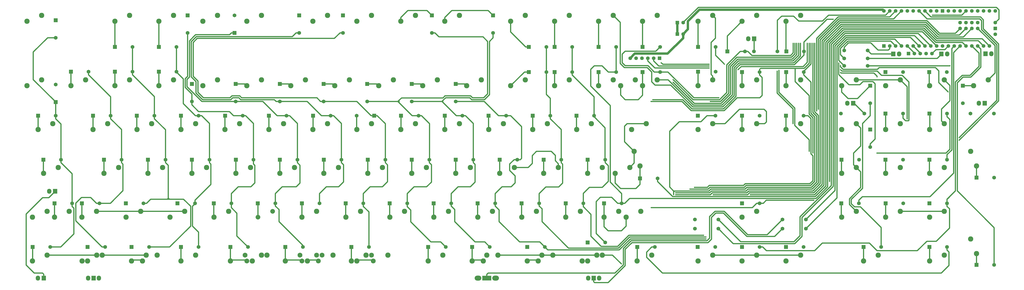
<source format=gbr>
G04 #@! TF.FileFunction,Copper,L1,Top,Signal*
%FSLAX46Y46*%
G04 Gerber Fmt 4.6, Leading zero omitted, Abs format (unit mm)*
G04 Created by KiCad (PCBNEW 4.0.5+dfsg1-4) date Sat Jan 20 17:01:26 2018*
%MOMM*%
%LPD*%
G01*
G04 APERTURE LIST*
%ADD10C,0.100000*%
%ADD11C,1.600000*%
%ADD12R,1.600000X1.600000*%
%ADD13C,2.286000*%
%ADD14C,2.100000*%
%ADD15R,1.651000X1.651000*%
%ADD16C,1.651000*%
%ADD17O,1.905000X2.159000*%
%ADD18R,1.905000X2.159000*%
%ADD19O,2.905000X2.159000*%
%ADD20R,3.905000X2.159000*%
%ADD21C,2.032000*%
%ADD22C,0.500000*%
%ADD23C,0.500000*%
%ADD24C,1.000000*%
G04 APERTURE END LIST*
D10*
D11*
X285440000Y-37950000D03*
X293060000Y-37950000D03*
X287980000Y-37950000D03*
X290520000Y-37950000D03*
X282900000Y-37950000D03*
D12*
X295600000Y-37950000D03*
X403530000Y-35940000D03*
D11*
X413690000Y-35940000D03*
X406070000Y-35940000D03*
X408610000Y-35940000D03*
X411150000Y-35940000D03*
X305840000Y-22400000D03*
D12*
X303300000Y-22400000D03*
D13*
X337752000Y-47307500D03*
X331402000Y-49847500D03*
D11*
X305840000Y-27400000D03*
D12*
X303300000Y-27400000D03*
D13*
X123190000Y-123508000D03*
D14*
X116840000Y-126048000D03*
D15*
X312290000Y-43800000D03*
D16*
X319910000Y-43800000D03*
D13*
X166052000Y-104458000D03*
X159702000Y-106998000D03*
X356802000Y-123508000D03*
X350452000Y-126048000D03*
X356802000Y-66357500D03*
X350452000Y-68897500D03*
X30305400Y-104458000D03*
X23955400Y-106998000D03*
X218440000Y-47307500D03*
X212090000Y-49847500D03*
D16*
X164380000Y-62900000D03*
D15*
X172000000Y-62900000D03*
D13*
X104140000Y-19320000D03*
X97790000Y-21860000D03*
D16*
X111450120Y-19300000D03*
D15*
X111450120Y-26920000D03*
D13*
X213678000Y-85407500D03*
X207328000Y-87947500D03*
D11*
X413190000Y-32610000D03*
X415730000Y-32610000D03*
X418270000Y-32610000D03*
X410650000Y-32610000D03*
X408110000Y-32610000D03*
X405570000Y-32610000D03*
X403030000Y-32610000D03*
X400490000Y-32610000D03*
X397950000Y-32610000D03*
X395410000Y-32610000D03*
D12*
X392870000Y-32610000D03*
D11*
X420810000Y-32610000D03*
X423350000Y-32610000D03*
X425890000Y-32610000D03*
X428430000Y-32610000D03*
X430970000Y-32610000D03*
X433510000Y-32610000D03*
X436050000Y-32610000D03*
X438590000Y-32610000D03*
X441130000Y-27530000D03*
D12*
X441130000Y-24990000D03*
D11*
X441130000Y-22450000D03*
X441130000Y-17370000D03*
X438590000Y-17370000D03*
X436050000Y-17370000D03*
X433510000Y-17370000D03*
X430970000Y-17370000D03*
X428430000Y-17370000D03*
X425890000Y-17370000D03*
X423350000Y-17370000D03*
X420810000Y-17370000D03*
D12*
X418270000Y-17370000D03*
D11*
X415730000Y-17370000D03*
X413190000Y-17370000D03*
X410650000Y-17370000D03*
X408110000Y-17370000D03*
X405570000Y-17370000D03*
X403030000Y-17370000D03*
X400490000Y-17370000D03*
X397950000Y-17370000D03*
X395410000Y-17370000D03*
X392870000Y-17370000D03*
X425890000Y-22450000D03*
X428430000Y-22450000D03*
X430970000Y-22450000D03*
X433510000Y-22450000D03*
X425890000Y-24990000D03*
X428430000Y-24990000D03*
X430970000Y-24990000D03*
X433510000Y-24990000D03*
D13*
X237490000Y-47307500D03*
X231140000Y-49847500D03*
D16*
X34000000Y-49390000D03*
D15*
X34000000Y-57010000D03*
D13*
X356802000Y-19320000D03*
X350452000Y-21860000D03*
X380865000Y-47307500D03*
X374515000Y-49847500D03*
X356802000Y-47307500D03*
X350452000Y-49847500D03*
X337752000Y-19320000D03*
X331402000Y-21860000D03*
D17*
X399470000Y-36100000D03*
D18*
X396930000Y-36100000D03*
D17*
X439370000Y-36000000D03*
D18*
X436830000Y-36000000D03*
D17*
X420270000Y-36100000D03*
D18*
X417730000Y-36100000D03*
D14*
X116027000Y-123508000D03*
D13*
X109677000Y-126048000D03*
D17*
X26330000Y-133480000D03*
D18*
X28870000Y-133480000D03*
D13*
X208915000Y-19320000D03*
X202565000Y-21860000D03*
X318702000Y-47307500D03*
X312352000Y-49847500D03*
X294640000Y-47307500D03*
X288290000Y-49847500D03*
X399915000Y-47307500D03*
X393565000Y-49847500D03*
X337752000Y-104458000D03*
X331402000Y-106998000D03*
X151765000Y-66357500D03*
X145415000Y-68897500D03*
X189865000Y-66357500D03*
X183515000Y-68897500D03*
D17*
X31210000Y-95750000D03*
D18*
X33750000Y-95750000D03*
D17*
X334030000Y-29500000D03*
D18*
X336570000Y-29500000D03*
D17*
X376960000Y-57500000D03*
D18*
X379500000Y-57500000D03*
D17*
X433960000Y-57500000D03*
D18*
X436500000Y-57500000D03*
D17*
X269440000Y-133500000D03*
X264760000Y-133500000D03*
D18*
X267100000Y-133500000D03*
D19*
X224560000Y-133500000D03*
X216940000Y-133500000D03*
D20*
X220750000Y-133500000D03*
D17*
X52740000Y-133500000D03*
X48060000Y-133500000D03*
D18*
X50400000Y-133500000D03*
D13*
X285115000Y-47307500D03*
X278765000Y-49847500D03*
X275590000Y-47307500D03*
X269240000Y-49847500D03*
X287496000Y-104458000D03*
X281146000Y-106998000D03*
X277955000Y-104458000D03*
X271605000Y-106998000D03*
X282735000Y-85407500D03*
X276385000Y-87947500D03*
X284655000Y-78422500D03*
X287195000Y-84772500D03*
X270828000Y-85407500D03*
X264478000Y-87947500D03*
X225596000Y-123508000D03*
X219246000Y-126048000D03*
X220821000Y-123508000D03*
X214471000Y-126048000D03*
X270828000Y-123508000D03*
X264478000Y-126048000D03*
X268446000Y-123508000D03*
X262096000Y-126048000D03*
X249396000Y-123508000D03*
X243046000Y-126048000D03*
X244634000Y-123508000D03*
X238284000Y-126048000D03*
X168434000Y-123508000D03*
X162084000Y-126048000D03*
D14*
X170812000Y-123508000D03*
D13*
X164462000Y-126048000D03*
X177965000Y-123508000D03*
D14*
X171615000Y-126048000D03*
D13*
X154146000Y-123508000D03*
D14*
X147796000Y-126048000D03*
X147002000Y-123508000D03*
X140652000Y-126048000D03*
X139827000Y-123508000D03*
D13*
X133477000Y-126048000D03*
D14*
X149384000Y-123508000D03*
D13*
X143034000Y-126048000D03*
X125555000Y-123508000D03*
X119205000Y-126048000D03*
X51736600Y-104458000D03*
X45386600Y-106998000D03*
X39847800Y-104458000D03*
X33497800Y-106998000D03*
X77946200Y-123508000D03*
X71596200Y-126048000D03*
X73183800Y-123508000D03*
X66833800Y-126048000D03*
X54133800Y-123508000D03*
X47783800Y-126048000D03*
X51752500Y-123508000D03*
X45402500Y-126048000D03*
D15*
X238980000Y-33000000D03*
D16*
X246600000Y-33000000D03*
D15*
X250190000Y-33000000D03*
D16*
X257810000Y-33000000D03*
D15*
X269200000Y-33000000D03*
D16*
X276820000Y-33000000D03*
D15*
X288280000Y-33000000D03*
D16*
X295900000Y-33000000D03*
D15*
X312280000Y-33000000D03*
D16*
X319900000Y-33000000D03*
D15*
X324980000Y-35000000D03*
D16*
X332600000Y-35000000D03*
D15*
X350600000Y-35000000D03*
D16*
X358220000Y-35000000D03*
D15*
X34000000Y-21380000D03*
D16*
X34000000Y-29000000D03*
D15*
X207300000Y-49100000D03*
D16*
X207300000Y-56720000D03*
D15*
X239000000Y-43900000D03*
D16*
X246620000Y-43900000D03*
D15*
X250180000Y-43900000D03*
D16*
X257800000Y-43900000D03*
D15*
X269200000Y-43900000D03*
D16*
X276820000Y-43900000D03*
D15*
X288280000Y-43900000D03*
D16*
X295900000Y-43900000D03*
D15*
X331390000Y-43900000D03*
D16*
X339010000Y-43900000D03*
D15*
X350490000Y-43900000D03*
D16*
X358110000Y-43900000D03*
D15*
X386920000Y-49860000D03*
D16*
X386920000Y-57480000D03*
D15*
X393480000Y-43900000D03*
D16*
X401100000Y-43900000D03*
D15*
X412490000Y-43900000D03*
D16*
X420110000Y-43900000D03*
D15*
X427000000Y-49890000D03*
D16*
X427000000Y-57510000D03*
D15*
X221580000Y-62900000D03*
D16*
X229200000Y-62900000D03*
D15*
X240690000Y-62900000D03*
D16*
X248310000Y-62900000D03*
D15*
X259690000Y-62900000D03*
D16*
X267310000Y-62900000D03*
D15*
X312190000Y-62900000D03*
D16*
X319810000Y-62900000D03*
D15*
X331380000Y-62900000D03*
D16*
X339000000Y-62900000D03*
D15*
X350380000Y-62900000D03*
D16*
X358000000Y-62900000D03*
D15*
X386900000Y-68880000D03*
D16*
X386900000Y-76500000D03*
D15*
X393490000Y-62000000D03*
D16*
X401110000Y-62000000D03*
D15*
X412590000Y-62000000D03*
D16*
X420210000Y-62000000D03*
D15*
X226380000Y-82000000D03*
D16*
X234000000Y-82000000D03*
D15*
X245400000Y-82000000D03*
D16*
X253020000Y-82000000D03*
D15*
X264500000Y-82000000D03*
D16*
X272120000Y-82000000D03*
D15*
X287180000Y-90200000D03*
D16*
X294800000Y-90200000D03*
D15*
X374480000Y-82000000D03*
D16*
X382100000Y-82000000D03*
D15*
X393500000Y-82000000D03*
D16*
X401120000Y-82000000D03*
D15*
X412590000Y-82000000D03*
D16*
X420210000Y-82000000D03*
D15*
X432980000Y-89800000D03*
D16*
X440600000Y-89800000D03*
D15*
X216800000Y-101000000D03*
D16*
X224420000Y-101000000D03*
D15*
X235900000Y-101000000D03*
D16*
X243520000Y-101000000D03*
D15*
X254980000Y-101000000D03*
D16*
X262600000Y-101000000D03*
D15*
X271590000Y-101000000D03*
D16*
X279210000Y-101000000D03*
D15*
X331380000Y-101000000D03*
D16*
X339000000Y-101000000D03*
D15*
X374400000Y-101000000D03*
D16*
X382020000Y-101000000D03*
D15*
X393600000Y-101000000D03*
D16*
X401220000Y-101000000D03*
D15*
X412600000Y-101000000D03*
D16*
X420220000Y-101000000D03*
D15*
X238290000Y-120000000D03*
D16*
X245910000Y-120000000D03*
D15*
X264460000Y-117990000D03*
D16*
X272080000Y-117990000D03*
D15*
X285980000Y-120000000D03*
D16*
X293600000Y-120000000D03*
D15*
X312180000Y-120000000D03*
D16*
X319800000Y-120000000D03*
D15*
X331380000Y-120000000D03*
D16*
X339000000Y-120000000D03*
D15*
X350380000Y-120000000D03*
D16*
X358000000Y-120000000D03*
D15*
X384000000Y-120000000D03*
D16*
X391620000Y-120000000D03*
D15*
X412590000Y-120000000D03*
D16*
X420210000Y-120000000D03*
D15*
X432980000Y-127800000D03*
D16*
X440600000Y-127800000D03*
D15*
X59690000Y-33000000D03*
D16*
X67310000Y-33000000D03*
D15*
X78690000Y-33000000D03*
D16*
X86310000Y-33000000D03*
D15*
X91200000Y-19300000D03*
D16*
X91200000Y-26920000D03*
D15*
X139500000Y-19300000D03*
D16*
X139500000Y-26920000D03*
D15*
X158500000Y-19300000D03*
D16*
X158500000Y-26920000D03*
D15*
X197000000Y-19300000D03*
D16*
X197000000Y-26920000D03*
D15*
X223500000Y-19300000D03*
D16*
X223500000Y-26920000D03*
D15*
X40590000Y-43800000D03*
D16*
X48210000Y-43800000D03*
D15*
X59700000Y-43800000D03*
D16*
X67320000Y-43800000D03*
D15*
X78740000Y-43800000D03*
D16*
X86360000Y-43800000D03*
D15*
X93000000Y-49090000D03*
D16*
X93000000Y-56710000D03*
D15*
X112000000Y-49100000D03*
D16*
X112000000Y-56720000D03*
D15*
X131100000Y-49100000D03*
D16*
X131100000Y-56720000D03*
D15*
X150100000Y-49100000D03*
D16*
X150100000Y-56720000D03*
D15*
X169000000Y-49100000D03*
D16*
X169000000Y-56720000D03*
D15*
X188300000Y-49100000D03*
D16*
X188300000Y-56720000D03*
D15*
X26380000Y-62900000D03*
D16*
X34000000Y-62900000D03*
D15*
X50190000Y-62900000D03*
D16*
X57810000Y-62900000D03*
D15*
X69190000Y-62900000D03*
D16*
X76810000Y-62900000D03*
D15*
X88290000Y-62900000D03*
D16*
X95910000Y-62900000D03*
D15*
X107390000Y-62900000D03*
D16*
X115010000Y-62900000D03*
D15*
X126380000Y-62900000D03*
D16*
X134000000Y-62900000D03*
D15*
X145490000Y-62900000D03*
D16*
X153110000Y-62900000D03*
D15*
X183590000Y-62900000D03*
D16*
X191210000Y-62900000D03*
D15*
X202590000Y-62900000D03*
D16*
X210210000Y-62900000D03*
D15*
X28690000Y-82000000D03*
D16*
X36310000Y-82000000D03*
D15*
X54900000Y-82000000D03*
D16*
X62520000Y-82000000D03*
D15*
X73990000Y-82000000D03*
D16*
X81610000Y-82000000D03*
D15*
X92990000Y-82000000D03*
D16*
X100610000Y-82000000D03*
D15*
X112100000Y-82000000D03*
D16*
X119720000Y-82000000D03*
D15*
X131100000Y-82000000D03*
D16*
X138720000Y-82000000D03*
D15*
X150190000Y-82000000D03*
D16*
X157810000Y-82000000D03*
D15*
X169200000Y-82000000D03*
D16*
X176820000Y-82000000D03*
D15*
X188300000Y-82000000D03*
D16*
X195920000Y-82000000D03*
D15*
X207300000Y-82000000D03*
D16*
X214920000Y-82000000D03*
D15*
X33480000Y-101000000D03*
D16*
X41100000Y-101000000D03*
D15*
X45390000Y-101000000D03*
D16*
X53010000Y-101000000D03*
D15*
X64400000Y-101000000D03*
D16*
X72020000Y-101000000D03*
D15*
X86780000Y-101000000D03*
D16*
X94400000Y-101000000D03*
D15*
X102500000Y-101000000D03*
D16*
X110120000Y-101000000D03*
D15*
X121600000Y-101000000D03*
D16*
X129220000Y-101000000D03*
D15*
X140680000Y-101000000D03*
D16*
X148300000Y-101000000D03*
D15*
X159700000Y-101000000D03*
D16*
X167320000Y-101000000D03*
D15*
X178690000Y-101000000D03*
D16*
X186310000Y-101000000D03*
D15*
X197780000Y-101000000D03*
D16*
X205400000Y-101000000D03*
D15*
X24000000Y-120000000D03*
D16*
X31620000Y-120000000D03*
D15*
X47780000Y-120000000D03*
D16*
X55400000Y-120000000D03*
D15*
X66890000Y-120000000D03*
D16*
X74510000Y-120000000D03*
D15*
X88290000Y-120000000D03*
D16*
X95910000Y-120000000D03*
D15*
X109690000Y-120000000D03*
D16*
X117310000Y-120000000D03*
D15*
X133500000Y-120000000D03*
D16*
X141120000Y-120000000D03*
D15*
X162090000Y-120000000D03*
D16*
X169710000Y-120000000D03*
D15*
X195390000Y-120000000D03*
D16*
X203010000Y-120000000D03*
D15*
X214480000Y-120000000D03*
D16*
X222100000Y-120000000D03*
D13*
X237490000Y-19320000D03*
X231140000Y-21860000D03*
X256540000Y-19320000D03*
X250190000Y-21860000D03*
X275590000Y-19320000D03*
X269240000Y-21860000D03*
X294640000Y-19320000D03*
X288290000Y-21860000D03*
X318702000Y-19320000D03*
X312352000Y-21860000D03*
X27940000Y-19320000D03*
X21590000Y-21860000D03*
X256540000Y-47307500D03*
X250190000Y-49847500D03*
X418965000Y-47307500D03*
X412615000Y-49847500D03*
X438015000Y-47307500D03*
X431665000Y-49847500D03*
X227965000Y-66357500D03*
X221615000Y-68897500D03*
X247015000Y-66357500D03*
X240665000Y-68897500D03*
X266065000Y-66357500D03*
X259715000Y-68897500D03*
X318702000Y-66357500D03*
X312352000Y-68897500D03*
X337752000Y-66357500D03*
X331402000Y-68897500D03*
X380865000Y-66357500D03*
X374515000Y-68897500D03*
X399915000Y-66357500D03*
X393565000Y-68897500D03*
X418965000Y-66357500D03*
X412615000Y-68897500D03*
X232728000Y-85407500D03*
X226378000Y-87947500D03*
X251778000Y-85407500D03*
X245428000Y-87947500D03*
X289878000Y-66357500D03*
X283528000Y-68897500D03*
X380865000Y-85407500D03*
X374515000Y-87947500D03*
X399915000Y-85407500D03*
X393565000Y-87947500D03*
X418965000Y-85407500D03*
X412615000Y-87947500D03*
X430395000Y-78422500D03*
X432935000Y-84772500D03*
X223202000Y-104458000D03*
X216852000Y-106998000D03*
X242252000Y-104458000D03*
X235902000Y-106998000D03*
X261302000Y-104458000D03*
X254952000Y-106998000D03*
X380865000Y-104458000D03*
X374515000Y-106998000D03*
X399915000Y-104458000D03*
X393565000Y-106998000D03*
X418965000Y-104458000D03*
X412615000Y-106998000D03*
X292249000Y-123508000D03*
X285899000Y-126048000D03*
X318702000Y-123508000D03*
X312352000Y-126048000D03*
X337752000Y-123508000D03*
X331402000Y-126048000D03*
X390390000Y-123508000D03*
X384040000Y-126048000D03*
X418965000Y-123508000D03*
X412615000Y-126048000D03*
X430395000Y-116522000D03*
X432935000Y-122872000D03*
X66040000Y-19320000D03*
X59690000Y-21860000D03*
X85090000Y-19320000D03*
X78740000Y-21860000D03*
X123190000Y-19320000D03*
X116840000Y-21860000D03*
X151765000Y-19320000D03*
X145415000Y-21860000D03*
X170815000Y-19320000D03*
X164465000Y-21860000D03*
X189865000Y-19320000D03*
X183515000Y-21860000D03*
X27940000Y-47307500D03*
X21590000Y-49847500D03*
X46990000Y-47307500D03*
X40640000Y-49847500D03*
X66040000Y-47307500D03*
X59690000Y-49847500D03*
X85090000Y-47307500D03*
X78740000Y-49847500D03*
X104140000Y-47307500D03*
X97790000Y-49847500D03*
X123190000Y-47307500D03*
X116840000Y-49847500D03*
X142240000Y-47307500D03*
X135890000Y-49847500D03*
X161290000Y-47307500D03*
X154940000Y-49847500D03*
X180340000Y-47307500D03*
X173990000Y-49847500D03*
X199390000Y-47307500D03*
X193040000Y-49847500D03*
X32702500Y-66357500D03*
X26352500Y-68897500D03*
X56515000Y-66357500D03*
X50165000Y-68897500D03*
X75565000Y-66357500D03*
X69215000Y-68897500D03*
X94615000Y-66357500D03*
X88265000Y-68897500D03*
X113665000Y-66357500D03*
X107315000Y-68897500D03*
X132715000Y-66357500D03*
X126365000Y-68897500D03*
X170815000Y-66357500D03*
X164465000Y-68897500D03*
X208915000Y-66357500D03*
X202565000Y-68897500D03*
X35084700Y-85407500D03*
X28734700Y-87947500D03*
X61277500Y-85407500D03*
X54927500Y-87947500D03*
X80327500Y-85407500D03*
X73977500Y-87947500D03*
X99377500Y-85407500D03*
X93027500Y-87947500D03*
X118428000Y-85407500D03*
X112078000Y-87947500D03*
X137478000Y-85407500D03*
X131128000Y-87947500D03*
X156528000Y-85407500D03*
X150178000Y-87947500D03*
X175578000Y-85407500D03*
X169228000Y-87947500D03*
X194628000Y-85407500D03*
X188278000Y-87947500D03*
X70802500Y-104458000D03*
X64452500Y-106998000D03*
X89852500Y-104458000D03*
X83502500Y-106998000D03*
X108902000Y-104458000D03*
X102552000Y-106998000D03*
D21*
X127952000Y-104458000D03*
X121602000Y-106998000D03*
D13*
X147002000Y-104458000D03*
X140652000Y-106998000D03*
X185102000Y-104458000D03*
X178752000Y-106998000D03*
X204152000Y-104458000D03*
X197802000Y-106998000D03*
X30322800Y-123508000D03*
X23972800Y-126048000D03*
X94615000Y-123508000D03*
X88265000Y-126048000D03*
X201769000Y-123508000D03*
X195419000Y-126048000D03*
D16*
X346680000Y-35000000D03*
X336520000Y-35000000D03*
X375640000Y-34560000D03*
X385800000Y-34560000D03*
X374200000Y-62000000D03*
X384360000Y-62000000D03*
X430340000Y-62000000D03*
X440500000Y-62000000D03*
X375640000Y-38000000D03*
X385800000Y-38000000D03*
X375640000Y-41200000D03*
X385800000Y-41200000D03*
X321080000Y-112000000D03*
X310920000Y-112000000D03*
X321080000Y-108000000D03*
X310920000Y-108000000D03*
X359080000Y-108000000D03*
X348920000Y-108000000D03*
X359080000Y-112000000D03*
X348920000Y-112000000D03*
D22*
X315779713Y-115689980D03*
X373269980Y-39970000D03*
X413820686Y-19189912D03*
X292690000Y-55931401D03*
X370865318Y-20975318D03*
X329580020Y-42960000D03*
X374069980Y-42930000D03*
X359669867Y-39740133D03*
X359669867Y-31449998D03*
X362069860Y-79180000D03*
X389820000Y-79180000D03*
X291920000Y-56760000D03*
X360469868Y-31450016D03*
X308790000Y-94849961D03*
X362869870Y-87610000D03*
X361269869Y-31449966D03*
X362869870Y-50300000D03*
X364469890Y-83510000D03*
X302537717Y-96449998D03*
X362869870Y-31448736D03*
X310720000Y-94049941D03*
X362560000Y-99650001D03*
X291970000Y-102860000D03*
X315784314Y-116489990D03*
X369269940Y-91497292D03*
X368469940Y-59300010D03*
X420659972Y-52561498D03*
X374069980Y-41060000D03*
X301476892Y-47202727D03*
X353509856Y-31449999D03*
X314730000Y-114888617D03*
X367669920Y-89540000D03*
X321351546Y-55131546D03*
X301737709Y-97249981D03*
X363669860Y-80010000D03*
X362069870Y-31450268D03*
X317170000Y-41340000D03*
X347390000Y-43144620D03*
X360469840Y-78379990D03*
X425460020Y-73610000D03*
X317170000Y-42140153D03*
X346590000Y-43477474D03*
X353460000Y-66380000D03*
X425464324Y-72474324D03*
X355909863Y-31450000D03*
X301478915Y-48336159D03*
X355109862Y-31449999D03*
X317554314Y-56734314D03*
X354309859Y-31449999D03*
X302542946Y-97249991D03*
X318810000Y-97249991D03*
X279129992Y-127370000D03*
X366869900Y-47310000D03*
X366869920Y-64350000D03*
X334920000Y-97249991D03*
X402910000Y-64350000D03*
X364469890Y-60100000D03*
X363670000Y-60900000D03*
X317170000Y-40539997D03*
X296350001Y-39849999D03*
X374069980Y-44114499D03*
X323740000Y-40540000D03*
X389860000Y-46100000D03*
X356709866Y-31450000D03*
X421459992Y-41180000D03*
D23*
X257339990Y-120479990D02*
X261590000Y-120479990D01*
X261590000Y-120479990D02*
X277875858Y-120479990D01*
X243520000Y-101000000D02*
X243520000Y-102167433D01*
X243520000Y-102167433D02*
X244720000Y-103367433D01*
X244720000Y-109000000D02*
X256199990Y-120479990D01*
X244720000Y-103367433D02*
X244720000Y-109000000D01*
X256199990Y-120479990D02*
X261590000Y-120479990D01*
X315778350Y-115688617D02*
X315779713Y-115689980D01*
X277875858Y-120479990D02*
X282665878Y-115689970D01*
X313713272Y-115689970D02*
X313714625Y-115688617D01*
X282665878Y-115689970D02*
X313713272Y-115689970D01*
X313714625Y-115688617D02*
X315778350Y-115688617D01*
X246340000Y-93920000D02*
X243520000Y-96740000D01*
X243520000Y-96740000D02*
X243520000Y-101000000D01*
X251925500Y-93920000D02*
X246340000Y-93920000D01*
X253671001Y-92174499D02*
X251925500Y-93920000D01*
X420220000Y-101000000D02*
X420220000Y-102325500D01*
X415500000Y-117510000D02*
X411420000Y-117510000D01*
X420220000Y-102325500D02*
X421280000Y-103385500D01*
X421280000Y-103385500D02*
X421280000Y-111730000D01*
X421280000Y-111730000D02*
X415500000Y-117510000D01*
X366150000Y-118300000D02*
X362870000Y-121580000D01*
X411420000Y-117510000D02*
X407315001Y-121614999D01*
X407315001Y-121614999D02*
X389874999Y-121614999D01*
X389874999Y-121614999D02*
X386560000Y-118300000D01*
X386560000Y-118300000D02*
X366150000Y-118300000D01*
X362870000Y-121580000D02*
X341905500Y-121580000D01*
X341905500Y-121580000D02*
X340325500Y-120000000D01*
X340325500Y-120000000D02*
X339000000Y-120000000D01*
X423860010Y-95624490D02*
X420220000Y-99264500D01*
X420220000Y-99264500D02*
X420220000Y-101000000D01*
X253671001Y-92174499D02*
X253671001Y-83976501D01*
X253020000Y-83325500D02*
X253020000Y-82000000D01*
X253671001Y-83976501D02*
X253020000Y-83325500D01*
X248310000Y-62900000D02*
X248310000Y-64225500D01*
X248310000Y-64225500D02*
X253020000Y-68935500D01*
X253020000Y-68935500D02*
X253020000Y-82000000D01*
X246620000Y-43900000D02*
X246620000Y-53670000D01*
X246620000Y-53670000D02*
X248310000Y-55360000D01*
X248310000Y-55360000D02*
X248310000Y-62900000D01*
X246600000Y-33000000D02*
X246600000Y-43880000D01*
X246600000Y-43880000D02*
X246620000Y-43900000D01*
X430970000Y-32620000D02*
X434050000Y-35700000D01*
X434050000Y-35700000D02*
X434050000Y-41510000D01*
X434050000Y-41510000D02*
X430190000Y-45370000D01*
X423860010Y-48279990D02*
X423860010Y-95624490D01*
X430190000Y-45370000D02*
X426770000Y-45370000D01*
X426770000Y-45370000D02*
X423860010Y-48279990D01*
X423860010Y-95624490D02*
X420410000Y-99074500D01*
X373269980Y-39970000D02*
X373269980Y-45039980D01*
X377700000Y-49470000D02*
X382390000Y-49470000D01*
X388087510Y-48107510D02*
X388990000Y-49010000D01*
X373269980Y-45039980D02*
X377700000Y-49470000D01*
X382390000Y-49470000D02*
X383752490Y-48107510D01*
X383752490Y-48107510D02*
X388087510Y-48107510D01*
X388990000Y-49010000D02*
X388990000Y-73084500D01*
X388990000Y-73084500D02*
X386900000Y-75174500D01*
X386900000Y-75174500D02*
X386900000Y-76500000D01*
X358220000Y-35000000D02*
X358220000Y-36612768D01*
X358220000Y-36612768D02*
X354088168Y-40744600D01*
X354088168Y-40744600D02*
X330475400Y-40744600D01*
X330475400Y-40744600D02*
X328780020Y-42439980D01*
X328780020Y-42439980D02*
X328780020Y-54491364D01*
X328780020Y-54491364D02*
X326164504Y-57106880D01*
X305680017Y-55931401D02*
X292690000Y-55931401D01*
X326164504Y-57106880D02*
X326164504Y-57106892D01*
X326164504Y-57106892D02*
X323337042Y-59934354D01*
X323337042Y-59934354D02*
X309682970Y-59934354D01*
X309682970Y-59934354D02*
X305680017Y-55931401D01*
X423529902Y-19189902D02*
X423529892Y-19189912D01*
X423529892Y-19189912D02*
X413820686Y-19189912D01*
X428430000Y-17370000D02*
X426610098Y-19189902D01*
X426610098Y-19189902D02*
X423529902Y-19189902D01*
X89420000Y-99200000D02*
X83251040Y-99200000D01*
X82793840Y-98742800D02*
X83251040Y-99200000D01*
X83251040Y-99200000D02*
X81427320Y-99200000D01*
X82336640Y-99200000D02*
X81427320Y-99200000D01*
X81427320Y-99200000D02*
X75145500Y-99200000D01*
X82793840Y-84509340D02*
X82793840Y-98742800D01*
X82793840Y-98742800D02*
X82336640Y-99200000D01*
X81610000Y-82000000D02*
X81610000Y-83325500D01*
X81610000Y-83325500D02*
X82793840Y-84509340D01*
X74510000Y-120000000D02*
X83400000Y-120000000D01*
X83400000Y-120000000D02*
X92490000Y-110910000D01*
X92490000Y-110910000D02*
X92490000Y-102270000D01*
X92490000Y-102270000D02*
X89420000Y-99200000D01*
X75145500Y-99200000D02*
X73345500Y-101000000D01*
X73345500Y-101000000D02*
X72020000Y-101000000D01*
X76810000Y-62900000D02*
X76810000Y-64225500D01*
X76810000Y-64225500D02*
X81610000Y-69025500D01*
X81610000Y-69025500D02*
X81610000Y-82000000D01*
X67320000Y-43800000D02*
X67320000Y-45125500D01*
X67320000Y-45125500D02*
X76810000Y-54615500D01*
X76810000Y-54615500D02*
X76810000Y-62900000D01*
X67310000Y-33000000D02*
X67310000Y-43790000D01*
X67310000Y-43790000D02*
X67320000Y-43800000D01*
X358220000Y-35000000D02*
X358220000Y-30940000D01*
X358220000Y-30940000D02*
X368184682Y-20975318D01*
X368184682Y-20975318D02*
X370865318Y-20975318D01*
X386607123Y-43560003D02*
X374699486Y-43560003D01*
X374699486Y-43560003D02*
X374069980Y-42930497D01*
X374069980Y-42930497D02*
X374069980Y-42930000D01*
X401110000Y-62000000D02*
X401110000Y-64040000D01*
X401110000Y-64040000D02*
X402220001Y-65150001D01*
X389960003Y-43560003D02*
X386607123Y-43560003D01*
X402220001Y-65150001D02*
X403509999Y-65150001D01*
X403509999Y-65150001D02*
X403710010Y-64949990D01*
X386607123Y-43560003D02*
X386607119Y-43560007D01*
X403710010Y-64949990D02*
X403710010Y-48300868D01*
X403710010Y-48300868D02*
X400823641Y-45414499D01*
X400823641Y-45414499D02*
X391814499Y-45414499D01*
X391814499Y-45414499D02*
X389960003Y-43560003D01*
X95910000Y-62900000D02*
X94584500Y-62900000D01*
X94584500Y-62900000D02*
X89309990Y-57625490D01*
X89309990Y-46909990D02*
X86360000Y-43960000D01*
X89309990Y-57625490D02*
X89309990Y-46909990D01*
X86360000Y-43960000D02*
X86360000Y-43800000D01*
X100610000Y-82000000D02*
X100610000Y-83325500D01*
X94400000Y-99674500D02*
X94400000Y-101000000D01*
X100610000Y-83325500D02*
X101270501Y-83986001D01*
X101270501Y-83986001D02*
X101270501Y-92803999D01*
X101270501Y-92803999D02*
X94400000Y-99674500D01*
X95910000Y-120000000D02*
X95910000Y-113509990D01*
X95910000Y-113509990D02*
X93290010Y-110890000D01*
X93290010Y-110890000D02*
X93290010Y-102279990D01*
X93290010Y-102279990D02*
X94400000Y-101170000D01*
X94400000Y-101170000D02*
X94400000Y-101000000D01*
X95910000Y-62900000D02*
X97235500Y-62900000D01*
X97235500Y-62900000D02*
X100610000Y-66274500D01*
X100610000Y-66274500D02*
X100610000Y-82000000D01*
X86310000Y-33000000D02*
X86310000Y-43750000D01*
X86310000Y-43750000D02*
X86360000Y-43800000D01*
X359669867Y-39740133D02*
X357865390Y-41544610D01*
X357865390Y-41544610D02*
X330995410Y-41544610D01*
X330995410Y-41544610D02*
X329580020Y-42960000D01*
X359669867Y-39740133D02*
X359669867Y-31449998D01*
X112530000Y-105284358D02*
X112530000Y-115220000D01*
X112530000Y-115220000D02*
X117310000Y-120000000D01*
X110120000Y-101000000D02*
X110120000Y-102874358D01*
X110120000Y-102874358D02*
X112530000Y-105284358D01*
X362069850Y-63825386D02*
X362069850Y-79179990D01*
X362069850Y-79179990D02*
X362069860Y-79180000D01*
X360469830Y-62225366D02*
X362069850Y-63825386D01*
X360469830Y-54199830D02*
X360469830Y-62225366D01*
X354390000Y-48120000D02*
X360469830Y-54199830D01*
X354390000Y-42344620D02*
X339455380Y-42344620D01*
X358244620Y-42344620D02*
X354390000Y-42344620D01*
X354390000Y-42344620D02*
X354390000Y-48120000D01*
X339570000Y-54610000D02*
X339048599Y-55131401D01*
X340070000Y-54110000D02*
X339570000Y-54610000D01*
X339570000Y-54610000D02*
X339650000Y-54610000D01*
X419773116Y-79180000D02*
X389820000Y-79180000D01*
X421459982Y-64575482D02*
X421459982Y-77493134D01*
X421459982Y-77493134D02*
X419773116Y-79180000D01*
X420210000Y-62000000D02*
X420210000Y-63325500D01*
X420210000Y-63325500D02*
X421459982Y-64575482D01*
X305377232Y-56760000D02*
X291920000Y-56760000D01*
X309357232Y-60740000D02*
X305377232Y-56760000D01*
X323662780Y-60740000D02*
X309357232Y-60740000D01*
X329271367Y-55131401D02*
X326964512Y-57438256D01*
X326964512Y-57438256D02*
X326964512Y-57438268D01*
X326964512Y-57438268D02*
X323662780Y-60740000D01*
X339048599Y-55131401D02*
X329271367Y-55131401D01*
X340070000Y-46285500D02*
X340070000Y-54110000D01*
X339010000Y-43900000D02*
X339010000Y-45225500D01*
X339010000Y-45225500D02*
X340070000Y-46285500D01*
X360469868Y-31450016D02*
X360469868Y-40119372D01*
X360469868Y-40119372D02*
X358244620Y-42344620D01*
X339020000Y-43890000D02*
X339010000Y-43900000D01*
X339455380Y-42344620D02*
X339020000Y-42780000D01*
X339020000Y-42780000D02*
X339020000Y-43890000D01*
X93000000Y-56710000D02*
X93000000Y-53494152D01*
X91200000Y-45768616D02*
X91200000Y-26920000D01*
X93000000Y-53494152D02*
X90110000Y-50604152D01*
X90110000Y-50604152D02*
X90110000Y-46858616D01*
X90110000Y-46858616D02*
X91200000Y-45768616D01*
X111100000Y-62900000D02*
X109300000Y-61100000D01*
X93000000Y-58200000D02*
X95900000Y-61100000D01*
X95900000Y-61100000D02*
X109300000Y-61100000D01*
X93000000Y-56710000D02*
X93000000Y-58200000D01*
X115010000Y-62900000D02*
X111100000Y-62900000D01*
X113060480Y-93837760D02*
X110120000Y-96778240D01*
X110120000Y-96778240D02*
X110120000Y-101000000D01*
X118607740Y-93837760D02*
X113060480Y-93837760D01*
X119720000Y-82000000D02*
X119720000Y-83897858D01*
X119720000Y-83897858D02*
X120321001Y-84498859D01*
X120321001Y-84498859D02*
X120321001Y-92124499D01*
X120321001Y-92124499D02*
X118607740Y-93837760D01*
X110120000Y-101000000D02*
X110120000Y-101280000D01*
X115010000Y-62900000D02*
X116335500Y-62900000D01*
X119720000Y-66284500D02*
X119720000Y-82000000D01*
X116335500Y-62900000D02*
X119720000Y-66284500D01*
X141120000Y-120000000D02*
X141120000Y-119270000D01*
X141120000Y-119270000D02*
X140304501Y-118454501D01*
X130810000Y-108970000D02*
X130810000Y-103757433D01*
X140304501Y-118454501D02*
X140294501Y-118454501D01*
X140294501Y-118454501D02*
X130810000Y-108970000D01*
X130810000Y-103757433D02*
X129220000Y-102167433D01*
X129220000Y-102167433D02*
X129220000Y-101000000D01*
X316684504Y-94849951D02*
X308790010Y-94849951D01*
X308790010Y-94849951D02*
X308790000Y-94849961D01*
X362869860Y-63494012D02*
X362869860Y-88000000D01*
X362869860Y-88000000D02*
X362869860Y-91478756D01*
X362869870Y-87610000D02*
X362869870Y-87999990D01*
X362869870Y-87999990D02*
X362869860Y-88000000D01*
X332368665Y-94049951D02*
X317484504Y-94049951D01*
X317484504Y-94049951D02*
X316684504Y-94849951D01*
X361098685Y-93249931D02*
X333168685Y-93249931D01*
X333168685Y-93249931D02*
X332368665Y-94049951D01*
X362869860Y-91478756D02*
X361098685Y-93249931D01*
X361269840Y-48385340D02*
X361269840Y-61893992D01*
X361269840Y-61893992D02*
X362869860Y-63494012D01*
X358110000Y-43900000D02*
X358110000Y-45225500D01*
X358110000Y-45225500D02*
X361269840Y-48385340D01*
X94650000Y-27710000D02*
X92000010Y-30359990D01*
X92000010Y-30359990D02*
X92000010Y-46099990D01*
X90910010Y-50272778D02*
X97368653Y-56731421D01*
X92000010Y-46099990D02*
X90910010Y-47189990D01*
X97368653Y-56731421D02*
X110199963Y-56731421D01*
X110199963Y-56731421D02*
X110211384Y-56720000D01*
X90910010Y-47189990D02*
X90910010Y-50272778D01*
X110211384Y-56720000D02*
X112000000Y-56720000D01*
X112000000Y-56720000D02*
X113325500Y-56720000D01*
X113325500Y-56720000D02*
X113336921Y-56731421D01*
X113336921Y-56731421D02*
X123731421Y-56731421D01*
X123731421Y-56731421D02*
X129900000Y-62900000D01*
X129900000Y-62900000D02*
X134000000Y-62900000D01*
X111450120Y-26920000D02*
X110124620Y-26920000D01*
X110124620Y-26920000D02*
X109334620Y-27710000D01*
X109334620Y-27710000D02*
X94650000Y-27710000D01*
X94650000Y-27710000D02*
X93300010Y-29059990D01*
X132171440Y-93817440D02*
X129220000Y-96768880D01*
X129220000Y-96768880D02*
X129220000Y-101000000D01*
X138211560Y-93817440D02*
X132171440Y-93817440D01*
X139857480Y-92171520D02*
X138211560Y-93817440D01*
X139857480Y-84462980D02*
X139857480Y-92171520D01*
X138720000Y-82000000D02*
X138720000Y-83325500D01*
X138720000Y-83325500D02*
X139857480Y-84462980D01*
X129220000Y-101000000D02*
X129220000Y-101390000D01*
X134000000Y-62900000D02*
X135325500Y-62900000D01*
X135325500Y-62900000D02*
X138720000Y-66294500D01*
X138720000Y-66294500D02*
X138720000Y-82000000D01*
X361269869Y-40450755D02*
X358110000Y-43610624D01*
X358110000Y-43610624D02*
X358110000Y-43900000D01*
X361269869Y-31449966D02*
X361269869Y-40450755D01*
X167320000Y-101000000D02*
X167320000Y-102325500D01*
X169710000Y-104715500D02*
X169710000Y-120000000D01*
X167320000Y-102325500D02*
X169710000Y-104715500D01*
X362869860Y-47500000D02*
X362869860Y-49520000D01*
X362869860Y-49520000D02*
X362869860Y-60762738D01*
X362869870Y-49520010D02*
X362869860Y-49520000D01*
X362869870Y-50300000D02*
X362869870Y-49520010D01*
X364469880Y-62831264D02*
X364469880Y-83890000D01*
X364469880Y-83890000D02*
X364469880Y-92150432D01*
X364469890Y-83889990D02*
X364469880Y-83890000D01*
X364469890Y-83510000D02*
X364469890Y-83889990D01*
X317347252Y-96449971D02*
X302537744Y-96449971D01*
X302537744Y-96449971D02*
X302537717Y-96449998D01*
X362869860Y-60762738D02*
X362869990Y-60762868D01*
X362869990Y-60762868D02*
X362869990Y-61231374D01*
X362869990Y-61231374D02*
X364469880Y-62831264D01*
X364469880Y-92150432D02*
X361770361Y-94849951D01*
X318147252Y-95649971D02*
X317347252Y-96449971D01*
X361770361Y-94849951D02*
X333925888Y-94849951D01*
X333925888Y-94849951D02*
X333125868Y-95649971D01*
X333125868Y-95649971D02*
X318147252Y-95649971D01*
X362869860Y-47500000D02*
X362869860Y-41113532D01*
X362869870Y-47840000D02*
X362869870Y-47500010D01*
X362869870Y-47500010D02*
X362869860Y-47500000D01*
X172000000Y-62900000D02*
X170674500Y-62900000D01*
X170674500Y-62900000D02*
X164494500Y-56720000D01*
X164494500Y-56720000D02*
X150100000Y-56720000D01*
X150100000Y-56720000D02*
X148774500Y-56720000D01*
X148774500Y-56720000D02*
X147185901Y-55131401D01*
X98031401Y-55131401D02*
X95630010Y-52730010D01*
X147185901Y-55131401D02*
X114562785Y-55131401D01*
X114562785Y-55131401D02*
X113731374Y-54299990D01*
X113731374Y-54299990D02*
X110368626Y-54299990D01*
X93600030Y-31039970D02*
X95329980Y-29310020D01*
X110368626Y-54299990D02*
X109537215Y-55131401D01*
X109537215Y-55131401D02*
X98031401Y-55131401D01*
X95630010Y-52730010D02*
X95630010Y-47798626D01*
X95329980Y-29310020D02*
X95331364Y-29310020D01*
X95630010Y-47798626D02*
X93600030Y-45768646D01*
X93600030Y-45768646D02*
X93600030Y-31039970D01*
X95331364Y-29310020D02*
X94900030Y-29741354D01*
X154784480Y-29310020D02*
X95331364Y-29310020D01*
X158500000Y-26920000D02*
X157174500Y-26920000D01*
X157174500Y-26920000D02*
X154784480Y-29310020D01*
X170261280Y-93832680D02*
X167320000Y-96773960D01*
X167320000Y-96773960D02*
X167320000Y-101000000D01*
X175569880Y-93832680D02*
X170261280Y-93832680D01*
X177789840Y-91612720D02*
X175569880Y-93832680D01*
X177789840Y-84295340D02*
X177789840Y-91612720D01*
X176820000Y-82000000D02*
X176820000Y-83325500D01*
X176820000Y-83325500D02*
X177789840Y-84295340D01*
X167320000Y-101220000D02*
X167355500Y-101220000D01*
X167320000Y-101000000D02*
X167320000Y-101220000D01*
X172000000Y-62900000D02*
X173325500Y-62900000D01*
X176810000Y-66384500D02*
X176810000Y-81200000D01*
X173325500Y-62900000D02*
X176810000Y-66384500D01*
X362869870Y-41113522D02*
X362869870Y-31448736D01*
X362869860Y-41113532D02*
X362869870Y-41113522D01*
X186310000Y-101000000D02*
X186310000Y-102410000D01*
X187840000Y-103940000D02*
X187840000Y-109090000D01*
X186310000Y-102410000D02*
X187840000Y-103940000D01*
X187840000Y-109090000D02*
X196550000Y-117800000D01*
X200810000Y-117800000D02*
X203010000Y-120000000D01*
X196550000Y-117800000D02*
X200810000Y-117800000D01*
X316353130Y-94049941D02*
X310720000Y-94049941D01*
X358000000Y-62900000D02*
X360013080Y-62900000D01*
X360013080Y-62900000D02*
X361269840Y-64156760D01*
X361269840Y-79511364D02*
X362069850Y-80311374D01*
X361269840Y-64156760D02*
X361269840Y-79511364D01*
X362069850Y-80311374D02*
X362069850Y-91147382D01*
X362069850Y-91147382D02*
X360767311Y-92449921D01*
X360767311Y-92449921D02*
X332837311Y-92449921D01*
X332837311Y-92449921D02*
X332037291Y-93249941D01*
X332037291Y-93249941D02*
X317153130Y-93249941D01*
X317153130Y-93249941D02*
X316353130Y-94049941D01*
X182780000Y-56240000D02*
X183840000Y-55180000D01*
X183840000Y-55180000D02*
X201788616Y-55180000D01*
X219140000Y-28630000D02*
X200035500Y-28630000D01*
X201788616Y-55180000D02*
X202678616Y-54290000D01*
X214582927Y-55131401D02*
X219428599Y-55131401D01*
X202678616Y-54290000D02*
X213741526Y-54290000D01*
X198325500Y-26920000D02*
X197000000Y-26920000D01*
X213741526Y-54290000D02*
X214582927Y-55131401D01*
X219428599Y-55131401D02*
X221140000Y-53420000D01*
X221140000Y-53420000D02*
X221140000Y-30630000D01*
X221140000Y-30630000D02*
X219140000Y-28630000D01*
X200035500Y-28630000D02*
X198325500Y-26920000D01*
X182300000Y-56720000D02*
X182780000Y-56240000D01*
X182300000Y-56720000D02*
X182780000Y-57200000D01*
X182780000Y-57200000D02*
X188480000Y-62900000D01*
X182780000Y-56240000D02*
X182780000Y-57200000D01*
X188480000Y-62900000D02*
X191210000Y-62900000D01*
X169000000Y-56720000D02*
X182300000Y-56720000D01*
X189255400Y-93832680D02*
X186310000Y-96778080D01*
X186310000Y-96778080D02*
X186310000Y-101000000D01*
X194751960Y-93832680D02*
X189255400Y-93832680D01*
X196824600Y-91760040D02*
X194751960Y-93832680D01*
X196824600Y-84230100D02*
X196824600Y-91760040D01*
X195920000Y-82000000D02*
X195920000Y-83325500D01*
X195920000Y-83325500D02*
X196824600Y-84230100D01*
X186310000Y-101000000D02*
X186310000Y-101180000D01*
X196000000Y-66364500D02*
X196000000Y-81200000D01*
X191210000Y-62900000D02*
X192535500Y-62900000D01*
X192535500Y-62900000D02*
X196000000Y-66364500D01*
X423350000Y-32620000D02*
X422259992Y-33710008D01*
X422259992Y-33710008D02*
X422259992Y-77824508D01*
X422259992Y-77824508D02*
X420210000Y-79874500D01*
X420210000Y-79874500D02*
X420210000Y-81200000D01*
X215710000Y-117800000D02*
X219900000Y-117800000D01*
X219900000Y-117800000D02*
X222100000Y-120000000D01*
X206910000Y-109000000D02*
X215710000Y-117800000D01*
X206910000Y-103677433D02*
X206910000Y-109000000D01*
X205400000Y-101000000D02*
X205400000Y-102167433D01*
X205400000Y-102167433D02*
X206910000Y-103677433D01*
X340550011Y-101000000D02*
X341900010Y-99650001D01*
X341900010Y-99650001D02*
X362560000Y-99650001D01*
X339000000Y-101000000D02*
X340550011Y-101000000D01*
X339000000Y-101000000D02*
X337674500Y-101000000D01*
X337674500Y-101000000D02*
X335816520Y-102857980D01*
X335816520Y-102857980D02*
X308557980Y-102857980D01*
X308557980Y-102857980D02*
X308557539Y-102857539D01*
X308557539Y-102857539D02*
X291972461Y-102857539D01*
X291972461Y-102857539D02*
X291970000Y-102860000D01*
X412833474Y-98140000D02*
X385410000Y-98140000D01*
X385410000Y-98140000D02*
X385105500Y-98140000D01*
X382020000Y-101000000D02*
X382020000Y-99674500D01*
X382020000Y-99674500D02*
X383554500Y-98140000D01*
X383554500Y-98140000D02*
X385410000Y-98140000D01*
X201770000Y-56330000D02*
X202970000Y-55130000D01*
X214251553Y-55931411D02*
X219759973Y-55931411D01*
X219759973Y-55931411D02*
X221940010Y-53751374D01*
X202970000Y-55130000D02*
X213450142Y-55130000D01*
X213450142Y-55130000D02*
X214251553Y-55931411D01*
X201380000Y-56720000D02*
X201770000Y-56330000D01*
X201380000Y-56720000D02*
X201840000Y-57180000D01*
X201840000Y-57180000D02*
X207560000Y-62900000D01*
X201770000Y-56330000D02*
X201770000Y-57110000D01*
X201770000Y-57110000D02*
X201840000Y-57180000D01*
X207560000Y-62900000D02*
X210210000Y-62900000D01*
X188300000Y-56720000D02*
X201380000Y-56720000D01*
X221940010Y-53751374D02*
X221940010Y-30639998D01*
X221940010Y-30639998D02*
X223500000Y-29080008D01*
X223500000Y-29080008D02*
X223500000Y-26920000D01*
X208351120Y-93832680D02*
X205400000Y-96783800D01*
X205400000Y-96783800D02*
X205400000Y-101000000D01*
X213669880Y-93832680D02*
X208351120Y-93832680D01*
X215691720Y-91810840D02*
X213669880Y-93832680D01*
X215691720Y-84097220D02*
X215691720Y-91810840D01*
X214920000Y-82000000D02*
X214920000Y-83325500D01*
X214920000Y-83325500D02*
X215691720Y-84097220D01*
X210210000Y-62900000D02*
X211535500Y-62900000D01*
X211535500Y-62900000D02*
X214920000Y-66284500D01*
X214920000Y-66284500D02*
X214920000Y-82000000D01*
X425890000Y-32620000D02*
X423060000Y-35450000D01*
X423060000Y-35450000D02*
X423060000Y-87913474D01*
X423060000Y-87913474D02*
X412833474Y-98140000D01*
X234970000Y-117800000D02*
X243710000Y-117800000D01*
X243710000Y-117800000D02*
X245910000Y-120000000D01*
X226160000Y-108990000D02*
X234970000Y-117800000D01*
X226160000Y-103907433D02*
X226160000Y-108990000D01*
X224420000Y-101000000D02*
X224420000Y-102167433D01*
X224420000Y-102167433D02*
X226160000Y-103907433D01*
X314097264Y-116489980D02*
X282997252Y-116489980D01*
X247190000Y-121280000D02*
X245910000Y-120000000D01*
X282997252Y-116489980D02*
X278207232Y-121280000D01*
X278207232Y-121280000D02*
X247190000Y-121280000D01*
X234000000Y-82000000D02*
X235325500Y-82000000D01*
X235325500Y-82000000D02*
X235860000Y-81465500D01*
X235860000Y-81465500D02*
X235860000Y-67660000D01*
X235860000Y-67660000D02*
X231100000Y-62900000D01*
X231100000Y-62900000D02*
X229200000Y-62900000D01*
X314097264Y-116489980D02*
X315784304Y-116489980D01*
X315784304Y-116489980D02*
X315784314Y-116489990D01*
X219721421Y-56731421D02*
X208636921Y-56731421D01*
X208636921Y-56731421D02*
X208625500Y-56720000D01*
X208625500Y-56720000D02*
X207300000Y-56720000D01*
X225890000Y-62900000D02*
X219721421Y-56731421D01*
X226610000Y-62900000D02*
X226200000Y-62900000D01*
X229200000Y-62900000D02*
X226610000Y-62900000D01*
X226610000Y-62900000D02*
X225890000Y-62900000D01*
X314097264Y-116489980D02*
X314098627Y-116488617D01*
X227365560Y-93832680D02*
X224420000Y-96778240D01*
X224420000Y-96778240D02*
X224420000Y-101000000D01*
X231378760Y-93832680D02*
X227365560Y-93832680D01*
X233090720Y-92120720D02*
X231378760Y-93832680D01*
X233090720Y-89047320D02*
X233090720Y-92120720D01*
X230728520Y-86685120D02*
X233090720Y-89047320D01*
X230728520Y-83945980D02*
X230728520Y-86685120D01*
X234000000Y-82000000D02*
X232674500Y-82000000D01*
X232674500Y-82000000D02*
X230728520Y-83945980D01*
X428430000Y-32620000D02*
X426890000Y-31080000D01*
X426890000Y-31080000D02*
X415321384Y-31080000D01*
X415321384Y-31080000D02*
X409831364Y-25589980D01*
X409831364Y-25589980D02*
X375301716Y-25589980D01*
X375301716Y-25589980D02*
X369269940Y-31621756D01*
X369269940Y-31621756D02*
X369269940Y-91497292D01*
X279210000Y-101000000D02*
X279210000Y-96738644D01*
X279210000Y-96738644D02*
X274264120Y-91792764D01*
X274264120Y-58506360D02*
X274264120Y-91792764D01*
X279210000Y-101000000D02*
X277500000Y-101000000D01*
X277500000Y-101000000D02*
X274920000Y-98420000D01*
X272080000Y-117990000D02*
X268190000Y-114100000D01*
X268190000Y-114100000D02*
X268190000Y-100240000D01*
X268190000Y-100240000D02*
X270010000Y-98420000D01*
X270010000Y-98420000D02*
X274920000Y-98420000D01*
X276820000Y-43900000D02*
X273449960Y-43900000D01*
X273449960Y-43900000D02*
X270743680Y-41193720D01*
X267365480Y-41193720D02*
X265831320Y-42727880D01*
X270743680Y-41193720D02*
X267365480Y-41193720D01*
X265831320Y-42727880D02*
X265831320Y-50073560D01*
X265831320Y-50073560D02*
X274264120Y-58506360D01*
X368469940Y-59300010D02*
X368469940Y-93807292D01*
X368469940Y-93807292D02*
X363427231Y-98850001D01*
X363427231Y-98850001D02*
X282685499Y-98850001D01*
X282685499Y-98850001D02*
X280535500Y-101000000D01*
X280535500Y-101000000D02*
X279210000Y-101000000D01*
X276820000Y-33000000D02*
X276820000Y-43900000D01*
X382674999Y-102564999D02*
X391620000Y-111510000D01*
X391620000Y-111510000D02*
X391620000Y-120000000D01*
X386920000Y-57480000D02*
X386920000Y-62920000D01*
X386920000Y-62920000D02*
X383570000Y-66270000D01*
X383570000Y-66270000D02*
X383570000Y-94491384D01*
X383570000Y-94491384D02*
X378710010Y-99351374D01*
X378710010Y-99351374D02*
X378710010Y-101170010D01*
X378710010Y-101170010D02*
X380104999Y-102564999D01*
X380104999Y-102564999D02*
X382674999Y-102564999D01*
X368469930Y-55199990D02*
X368469930Y-59300000D01*
X368469930Y-59300000D02*
X368469940Y-59300010D01*
X368469930Y-55199990D02*
X368469940Y-55200000D01*
X368469930Y-31290382D02*
X368469930Y-55199990D01*
X410162738Y-24789970D02*
X374970342Y-24789970D01*
X374970342Y-24789970D02*
X368469930Y-31290382D01*
X415652758Y-30279990D02*
X410162738Y-24789970D01*
X433709990Y-30279990D02*
X415652758Y-30279990D01*
X436050000Y-32620000D02*
X433709990Y-30279990D01*
X386275745Y-42759997D02*
X375164255Y-42759997D01*
X375164255Y-42759997D02*
X374069980Y-41665722D01*
X374069980Y-41665722D02*
X374069980Y-41060000D01*
X301476892Y-47202727D02*
X301810303Y-47536138D01*
X301810303Y-47536138D02*
X301810303Y-47536151D01*
X332600000Y-35000000D02*
X330563080Y-35000000D01*
X324779970Y-40783110D02*
X324779970Y-52834494D01*
X330563080Y-35000000D02*
X324779970Y-40783110D01*
X324779970Y-52834494D02*
X322164464Y-55450000D01*
X322164464Y-55450000D02*
X322164464Y-55450012D01*
X310205706Y-55931554D02*
X301810303Y-47536151D01*
X322164464Y-55450012D02*
X321682922Y-55931554D01*
X321682922Y-55931554D02*
X310205706Y-55931554D01*
X57700000Y-101000000D02*
X63170501Y-95529499D01*
X63170501Y-95529499D02*
X63170501Y-83976001D01*
X63170501Y-83976001D02*
X62520000Y-83325500D01*
X62520000Y-83325500D02*
X62520000Y-82000000D01*
X53010000Y-101000000D02*
X57700000Y-101000000D01*
X53010000Y-101000000D02*
X51684500Y-101000000D01*
X51684500Y-101000000D02*
X49184500Y-98500000D01*
X49184500Y-98500000D02*
X45160000Y-98500000D01*
X45160000Y-98500000D02*
X42700010Y-100959990D01*
X42700010Y-100959990D02*
X42700010Y-108625510D01*
X42700010Y-108625510D02*
X54074500Y-120000000D01*
X54074500Y-120000000D02*
X55400000Y-120000000D01*
X57810000Y-62900000D02*
X57810000Y-64225500D01*
X57810000Y-64225500D02*
X62520000Y-68935500D01*
X62520000Y-68935500D02*
X62520000Y-82000000D01*
X48210000Y-43800000D02*
X48210000Y-45125500D01*
X48210000Y-45125500D02*
X57810000Y-54725500D01*
X57810000Y-54725500D02*
X57810000Y-62900000D01*
X353509856Y-31449999D02*
X353509856Y-35665992D01*
X353509856Y-35665992D02*
X353484008Y-35665992D01*
X353484008Y-35665992D02*
X352405450Y-36744550D01*
X335670050Y-36744550D02*
X333925500Y-35000000D01*
X333925500Y-35000000D02*
X332600000Y-35000000D01*
X352405450Y-36744550D02*
X335670050Y-36744550D01*
X386275742Y-42760000D02*
X386275745Y-42759997D01*
X390770000Y-42000010D02*
X390010013Y-42759997D01*
X390010013Y-42759997D02*
X386275745Y-42759997D01*
X415170010Y-42000010D02*
X390770000Y-42000010D01*
X416630000Y-48531526D02*
X416630000Y-43460000D01*
X416630000Y-43460000D02*
X415170010Y-42000010D01*
X420659972Y-52561498D02*
X416630000Y-48531526D01*
X265240000Y-94080000D02*
X262600000Y-96720000D01*
X262600000Y-96720000D02*
X262600000Y-101000000D01*
X270830000Y-94080000D02*
X265240000Y-94080000D01*
X273448610Y-91461390D02*
X270830000Y-94080000D01*
X273464110Y-91461390D02*
X273448610Y-91461390D01*
X262600000Y-101000000D02*
X262600000Y-102470000D01*
X314730000Y-114888617D02*
X282335847Y-114888617D01*
X262600000Y-102470000D02*
X265950000Y-105820000D01*
X270349980Y-119679980D02*
X277544484Y-119679980D01*
X277544484Y-119679980D02*
X282335847Y-114888617D01*
X265950000Y-105820000D02*
X265950000Y-115280000D01*
X265950000Y-115280000D02*
X270349980Y-119679980D01*
X257800000Y-43900000D02*
X257800000Y-45225500D01*
X257800000Y-45225500D02*
X267310000Y-54735500D01*
X267310000Y-54735500D02*
X267310000Y-62900000D01*
X273464110Y-91461390D02*
X273464110Y-84669610D01*
X273464110Y-84669610D02*
X272120000Y-83325500D01*
X272120000Y-83325500D02*
X272120000Y-82000000D01*
X257810000Y-33000000D02*
X257810000Y-43890000D01*
X257810000Y-43890000D02*
X257800000Y-43900000D01*
X424660020Y-95630020D02*
X440600000Y-111570000D01*
X440600000Y-127800000D02*
X440600000Y-111570000D01*
X433510000Y-32620000D02*
X434850008Y-33960008D01*
X434850010Y-41841374D02*
X430521374Y-46170010D01*
X424660020Y-48611364D02*
X424660020Y-95630020D01*
X434850008Y-33960008D02*
X434850008Y-35368624D01*
X434850008Y-35368624D02*
X434850010Y-35368626D01*
X430521374Y-46170010D02*
X427101374Y-46170010D01*
X434850010Y-35368626D02*
X434850010Y-41841374D01*
X427101374Y-46170010D02*
X424660020Y-48611364D01*
X267400000Y-62200000D02*
X267400000Y-63525500D01*
X267400000Y-63525500D02*
X272000000Y-68125500D01*
X272000000Y-68125500D02*
X272000000Y-81200000D01*
X295900000Y-43900000D02*
X293351384Y-43900000D01*
X293351384Y-43900000D02*
X290601384Y-41150000D01*
X290601384Y-41150000D02*
X280691384Y-41150000D01*
X280691384Y-41150000D02*
X279420010Y-39878626D01*
X294020010Y-34879990D02*
X295900000Y-33000000D01*
X279420010Y-39878626D02*
X279420010Y-36189990D01*
X279420010Y-36189990D02*
X280730010Y-34879990D01*
X280730010Y-34879990D02*
X294020010Y-34879990D01*
X294800000Y-90200000D02*
X294800000Y-91496274D01*
X367669920Y-89540000D02*
X367669920Y-93475928D01*
X363095857Y-98049991D02*
X301324491Y-98049991D01*
X367669920Y-93475928D02*
X363095857Y-98049991D01*
X301324491Y-98049991D02*
X301324491Y-98020765D01*
X301324491Y-98020765D02*
X294800000Y-91496274D01*
X367669920Y-30959008D02*
X367669920Y-89540000D01*
X367669920Y-30959008D02*
X374638968Y-23989960D01*
X374638968Y-23989960D02*
X410494112Y-23989960D01*
X410494112Y-23989960D02*
X415984132Y-29479980D01*
X415984132Y-29479980D02*
X434041364Y-29479980D01*
X434041364Y-29479980D02*
X434041366Y-29479982D01*
X434041366Y-29479982D02*
X435449982Y-29479982D01*
X435449982Y-29479982D02*
X438590000Y-32620000D01*
X310536937Y-55131401D02*
X321351401Y-55131401D01*
X321351401Y-55131401D02*
X321351546Y-55131546D01*
X295900000Y-43900000D02*
X299305536Y-43900000D01*
X299305536Y-43900000D02*
X310536937Y-55131401D01*
X293600000Y-120000000D02*
X292274500Y-120000000D01*
X292274500Y-120000000D02*
X290020000Y-122254500D01*
X290020000Y-124470000D02*
X296881901Y-131331901D01*
X420210000Y-121325500D02*
X420210000Y-120000000D01*
X290020000Y-122254500D02*
X290020000Y-124470000D01*
X296881901Y-131331901D02*
X417742073Y-131331901D01*
X417742073Y-131331901D02*
X421050000Y-128023974D01*
X421050000Y-128023974D02*
X421050000Y-122165500D01*
X421050000Y-122165500D02*
X420210000Y-121325500D01*
D24*
X303300000Y-22400000D02*
X303300000Y-27400000D01*
D23*
X408610000Y-35940000D02*
X408610000Y-35650000D01*
X408610000Y-35650000D02*
X405570000Y-32610000D01*
X405561800Y-32618200D02*
X405570000Y-32610000D01*
X406070000Y-35940000D02*
X406070000Y-35650000D01*
X406070000Y-35650000D02*
X403030000Y-32610000D01*
X302570000Y-95649961D02*
X317015878Y-95649961D01*
X302206370Y-95649961D02*
X302570000Y-95649961D01*
X302570000Y-95649961D02*
X301746292Y-95649961D01*
X301746292Y-95649961D02*
X301736331Y-95640000D01*
X300030000Y-93933669D02*
X301736331Y-95640000D01*
X301737709Y-96118622D02*
X301737709Y-95641378D01*
X301736331Y-95640000D02*
X301976331Y-95880000D01*
X301737709Y-95641378D02*
X301736331Y-95640000D01*
X301737709Y-96118622D02*
X301976331Y-95880000D01*
X300030000Y-69700000D02*
X300030000Y-93933669D01*
X301976331Y-95880000D02*
X302206370Y-95649961D01*
X319810000Y-62900000D02*
X316230000Y-62900000D01*
X316230000Y-62900000D02*
X313560000Y-65570000D01*
X313560000Y-65570000D02*
X304160000Y-65570000D01*
X304160000Y-65570000D02*
X300030000Y-69700000D01*
X332820000Y-94730000D02*
X333500059Y-94049941D01*
X317015878Y-95649961D02*
X317815878Y-94849961D01*
X317815878Y-94849961D02*
X332794494Y-94849961D01*
X361430059Y-94049941D02*
X363669870Y-91810130D01*
X332794494Y-94849961D02*
X332820000Y-94824455D01*
X333500059Y-94049941D02*
X361430059Y-94049941D01*
X332820000Y-94824455D02*
X332820000Y-94730000D01*
X363669870Y-91810130D02*
X363669870Y-80630000D01*
X301737709Y-96118622D02*
X301737709Y-97249981D01*
X301740000Y-96116331D02*
X301737709Y-96118622D01*
X301737709Y-97249981D02*
X301742938Y-97249981D01*
X363669870Y-80630000D02*
X363669870Y-63162638D01*
X363669860Y-80010000D02*
X363669860Y-80629990D01*
X363669860Y-80629990D02*
X363669870Y-80630000D01*
X362069850Y-40782158D02*
X362069870Y-40782138D01*
X363669870Y-63162638D02*
X362069850Y-61562618D01*
X362069850Y-61562618D02*
X362069850Y-40782158D01*
X362069870Y-40782138D02*
X362069870Y-31450268D01*
X113400000Y-55100000D02*
X113800000Y-55500000D01*
X113800000Y-55500000D02*
X114200000Y-55900000D01*
X131100000Y-56720000D02*
X129520000Y-56720000D01*
X129520000Y-56720000D02*
X128731411Y-55931411D01*
X128731411Y-55931411D02*
X114231411Y-55931411D01*
X114231411Y-55931411D02*
X113800000Y-55500000D01*
X131100000Y-56720000D02*
X143020000Y-56720000D01*
X143020000Y-56720000D02*
X149200000Y-62900000D01*
X149200000Y-62900000D02*
X153110000Y-62900000D01*
X139500000Y-26920000D02*
X138174500Y-26920000D01*
X138174500Y-26920000D02*
X136584490Y-28510010D01*
X92800020Y-30691364D02*
X92800020Y-46100020D01*
X136584490Y-28510010D02*
X94981374Y-28510010D01*
X94981374Y-28510010D02*
X92800020Y-30691364D01*
X94830000Y-53061384D02*
X97700027Y-55931411D01*
X92800020Y-46100020D02*
X94830000Y-48130000D01*
X94830000Y-48130000D02*
X94830000Y-53061384D01*
X97700027Y-55931411D02*
X109868589Y-55931411D01*
X110700000Y-55100000D02*
X113400000Y-55100000D01*
X109868589Y-55931411D02*
X110700000Y-55100000D01*
X151246840Y-93832680D02*
X148300000Y-96779520D01*
X148300000Y-96779520D02*
X148300000Y-101000000D01*
X156641800Y-93832680D02*
X151246840Y-93832680D01*
X158750000Y-91724480D02*
X156641800Y-93832680D01*
X158750000Y-84265500D02*
X158750000Y-91724480D01*
X157810000Y-82000000D02*
X157810000Y-83325500D01*
X157810000Y-83325500D02*
X158750000Y-84265500D01*
X153110000Y-62900000D02*
X154435500Y-62900000D01*
X154435500Y-62900000D02*
X157810000Y-66274500D01*
X157810000Y-66274500D02*
X157810000Y-82000000D01*
D24*
X282900000Y-37950000D02*
X284920000Y-35930000D01*
X284920000Y-35930000D02*
X299110000Y-35930000D01*
X299110000Y-35930000D02*
X305840000Y-29200000D01*
X305840000Y-29200000D02*
X305840000Y-27400000D01*
X305840000Y-27400000D02*
X307950000Y-25290000D01*
X307950000Y-25290000D02*
X307950000Y-21824938D01*
X307950000Y-21824938D02*
X312895648Y-16879290D01*
X312895648Y-16879290D02*
X392379290Y-16879290D01*
X392379290Y-16879290D02*
X392870000Y-17370000D01*
D23*
X442720000Y-16970000D02*
X442072040Y-16322040D01*
X442072040Y-16322040D02*
X441700000Y-15950000D01*
X312460720Y-15829280D02*
X441579280Y-15829280D01*
X441579280Y-15829280D02*
X442072040Y-16322040D01*
X305910000Y-22380000D02*
X312460720Y-15829280D01*
X441130000Y-22460000D02*
X442720000Y-20870000D01*
X442720000Y-20870000D02*
X442720000Y-16970000D01*
X295300143Y-41340143D02*
X295600000Y-41340143D01*
X295600000Y-41340143D02*
X297200000Y-41340143D01*
X293060000Y-37950000D02*
X293060000Y-39081370D01*
X293060000Y-39081370D02*
X295318773Y-41340143D01*
X295318773Y-41340143D02*
X295600000Y-41340143D01*
X316889857Y-41340143D02*
X297200000Y-41340143D01*
X297200000Y-41340143D02*
X296708773Y-41340143D01*
X317170000Y-41340000D02*
X316890000Y-41340000D01*
X316890000Y-41340000D02*
X316889857Y-41340143D01*
X354260000Y-59610000D02*
X347390000Y-52740000D01*
X347390000Y-52740000D02*
X347390000Y-43144620D01*
X354260000Y-67180000D02*
X354260000Y-59610000D01*
X360469840Y-73389840D02*
X354260000Y-67180000D01*
X360469840Y-78379990D02*
X360469840Y-73389840D01*
X430761376Y-68310008D02*
X430760012Y-68310008D01*
X430760012Y-68310008D02*
X425460020Y-73610000D01*
X442564340Y-48070764D02*
X442564340Y-56507044D01*
X442564340Y-56507044D02*
X430761376Y-68310008D01*
X413269912Y-19989912D02*
X434714576Y-19989912D01*
X410650000Y-17370000D02*
X413269912Y-19989912D01*
X442564340Y-31781572D02*
X442564340Y-48070764D01*
X442564340Y-48070764D02*
X442564338Y-48070766D01*
X435942650Y-25159882D02*
X442564340Y-31781572D01*
X435942650Y-21217986D02*
X435942650Y-25159882D01*
X434714576Y-19989912D02*
X435942650Y-21217986D01*
X293560153Y-42140153D02*
X293850000Y-42140153D01*
X293850000Y-42140153D02*
X294290000Y-42140153D01*
X293578783Y-42140153D02*
X293850000Y-42140153D01*
X290520000Y-37950000D02*
X290520000Y-39081370D01*
X290520000Y-39081370D02*
X293578783Y-42140153D01*
X317170000Y-42140153D02*
X294290000Y-42140153D01*
X294290000Y-42140153D02*
X293946037Y-42140153D01*
X316816447Y-42140153D02*
X317170000Y-42140153D01*
X346589990Y-53071374D02*
X346589990Y-43477484D01*
X346589990Y-43477484D02*
X346590000Y-43477474D01*
X353460000Y-59941384D02*
X346589990Y-53071374D01*
X353460000Y-66380000D02*
X353460000Y-59941384D01*
X430430000Y-67510000D02*
X430428648Y-67510000D01*
X430428648Y-67510000D02*
X425464324Y-72474324D01*
X441764330Y-56175670D02*
X430430000Y-67510000D01*
X441764330Y-32112946D02*
X441764330Y-56175670D01*
X411529922Y-20789922D02*
X408110000Y-17370000D01*
X441764330Y-32112946D02*
X435142640Y-25491256D01*
X435142640Y-25491256D02*
X435142640Y-21549360D01*
X434383202Y-20789922D02*
X411529922Y-20789922D01*
X435142640Y-21549360D02*
X434383202Y-20789922D01*
X322674294Y-58334334D02*
X310345718Y-58334334D01*
X310345718Y-58334334D02*
X299318884Y-47307500D01*
X327180000Y-53828616D02*
X324564488Y-56444128D01*
X324564488Y-56444128D02*
X324564488Y-56444140D01*
X324564488Y-56444140D02*
X322674294Y-58334334D01*
X294640000Y-47307500D02*
X299318884Y-47307500D01*
X327180000Y-53828616D02*
X327180000Y-41777232D01*
X355909863Y-36660137D02*
X355909863Y-31450000D01*
X327180000Y-41777232D02*
X329812652Y-39144580D01*
X329812652Y-39144580D02*
X353424036Y-39144580D01*
X353424036Y-39144580D02*
X353678646Y-38889970D01*
X353680030Y-38889970D02*
X355909863Y-36660137D01*
X353678646Y-38889970D02*
X353680030Y-38889970D01*
X355109862Y-31449999D02*
X355109862Y-36328754D01*
X326379990Y-41445858D02*
X326379990Y-53497242D01*
X323764480Y-56112752D02*
X323764480Y-56112764D01*
X355109862Y-36328754D02*
X353348656Y-38089960D01*
X353340040Y-38089960D02*
X353085430Y-38344570D01*
X353348656Y-38089960D02*
X353340040Y-38089960D01*
X310677092Y-57534324D02*
X301478927Y-48336159D01*
X353085430Y-38344570D02*
X329481278Y-38344570D01*
X329481278Y-38344570D02*
X326379990Y-41445858D01*
X323764480Y-56112764D02*
X322342920Y-57534324D01*
X326379990Y-53497242D02*
X323764480Y-56112752D01*
X322342920Y-57534324D02*
X310677092Y-57534324D01*
X301478927Y-48336159D02*
X301478915Y-48336159D01*
X289878000Y-66357500D02*
X281542500Y-66357500D01*
X281542500Y-66357500D02*
X280450000Y-67450000D01*
X280450000Y-67450000D02*
X280450000Y-74217500D01*
X280450000Y-74217500D02*
X284655000Y-78422500D01*
X232728000Y-85407500D02*
X238712500Y-85407500D01*
X251778000Y-83791054D02*
X251778000Y-85407500D01*
X238712500Y-85407500D02*
X240510000Y-83610000D01*
X240510000Y-83610000D02*
X240510000Y-80230000D01*
X240510000Y-80230000D02*
X242330000Y-78410000D01*
X242330000Y-78410000D02*
X248710000Y-78410000D01*
X248710000Y-78410000D02*
X250490000Y-80190000D01*
X250490000Y-80190000D02*
X250490000Y-82503054D01*
X250490000Y-82503054D02*
X251778000Y-83791054D01*
X322014296Y-56731564D02*
X317910617Y-56731564D01*
X317554314Y-56734314D02*
X317907867Y-56734314D01*
X317907867Y-56734314D02*
X317910617Y-56731564D01*
X325579980Y-53165868D02*
X322964472Y-55781376D01*
X322964472Y-55781376D02*
X322964472Y-55781388D01*
X322964472Y-55781388D02*
X322014296Y-56731564D01*
X282735000Y-85407500D02*
X284655000Y-83487500D01*
X284655000Y-83487500D02*
X284655000Y-78422500D01*
X354309859Y-31449999D02*
X354309859Y-35997373D01*
X354309859Y-35997373D02*
X353017282Y-37289950D01*
X353017282Y-37289950D02*
X353008666Y-37289950D01*
X353008666Y-37289950D02*
X352754056Y-37544560D01*
X352754056Y-37544560D02*
X329149904Y-37544560D01*
X329149904Y-37544560D02*
X325579980Y-41114484D01*
X325579980Y-41114484D02*
X325579980Y-53165868D01*
X317678626Y-97249981D02*
X302542956Y-97249981D01*
X302542956Y-97249981D02*
X302542946Y-97249991D01*
X333457242Y-96449981D02*
X318478626Y-96449981D01*
X318478626Y-96449981D02*
X317678626Y-97249981D01*
X362101735Y-95649961D02*
X334257262Y-95649961D01*
X334257262Y-95649961D02*
X333457242Y-96449981D01*
X365269890Y-92481806D02*
X362101735Y-95649961D01*
X365269890Y-29964886D02*
X365269890Y-92481806D01*
X89852500Y-104458000D02*
X70802500Y-104458000D01*
X51736600Y-104458000D02*
X70802500Y-104458000D01*
X373644844Y-21589932D02*
X365269890Y-29964886D01*
X425890000Y-25000000D02*
X425090001Y-25799999D01*
X411488236Y-21589932D02*
X373644844Y-21589932D01*
X425090001Y-25799999D02*
X425090001Y-25809999D01*
X425090001Y-25809999D02*
X423820050Y-27079950D01*
X423820050Y-27079950D02*
X416978254Y-27079950D01*
X416978254Y-27079950D02*
X411488236Y-21589932D01*
X249396000Y-123508000D02*
X268446000Y-123508000D01*
X244634000Y-123508000D02*
X249396000Y-123508000D01*
X362433109Y-96449971D02*
X365663080Y-93220000D01*
X365663080Y-93220000D02*
X365937162Y-92945918D01*
X428430000Y-25000000D02*
X425550040Y-27879960D01*
X425550040Y-27879960D02*
X416646880Y-27879960D01*
X416646880Y-27879960D02*
X411156860Y-22389940D01*
X411156860Y-22389940D02*
X373976220Y-22389940D01*
X366069900Y-74809900D02*
X366069910Y-74809910D01*
X373976220Y-22389940D02*
X366069900Y-30296260D01*
X366069900Y-30296260D02*
X366069900Y-74809900D01*
X366069910Y-74809910D02*
X366069910Y-92813170D01*
X366069910Y-92813170D02*
X365663080Y-93220000D01*
X318810000Y-97249991D02*
X333788616Y-97249991D01*
X334588636Y-96449971D02*
X362433109Y-96449971D01*
X333788616Y-97249991D02*
X334588636Y-96449971D01*
X270828000Y-123508000D02*
X275267992Y-123508000D01*
X275267992Y-123508000D02*
X279129992Y-127370000D01*
X225596000Y-123508000D02*
X244634000Y-123508000D01*
X54133800Y-123508000D02*
X73183800Y-123508000D01*
X30322800Y-123508000D02*
X51752500Y-123508000D01*
X318702000Y-66357500D02*
X324003884Y-66357500D01*
X324003884Y-66357500D02*
X330262060Y-60099324D01*
X330262060Y-60099324D02*
X340889324Y-60099324D01*
X340889324Y-60099324D02*
X341920000Y-61130000D01*
X341920000Y-65590000D02*
X341152500Y-66357500D01*
X341920000Y-61130000D02*
X341920000Y-65590000D01*
X341152500Y-66357500D02*
X337752000Y-66357500D01*
X366869910Y-46920000D02*
X366869910Y-60852658D01*
X366869900Y-47310000D02*
X366869900Y-46920010D01*
X366869900Y-46920010D02*
X366869910Y-46920000D01*
X366869920Y-60852668D02*
X366869920Y-63060000D01*
X366869920Y-63060000D02*
X366869920Y-93144544D01*
X366869920Y-64350000D02*
X366869920Y-63060000D01*
X362764483Y-97249981D02*
X334920010Y-97249981D01*
X334920010Y-97249981D02*
X334920000Y-97249991D01*
X366869920Y-93144544D02*
X362764483Y-97249981D01*
X366869910Y-60852658D02*
X366869920Y-60852668D01*
X319844999Y-29205001D02*
X317970000Y-31080000D01*
X317970000Y-31080000D02*
X317970000Y-44959054D01*
X319844999Y-20462999D02*
X319844999Y-29205001D01*
X337752000Y-123508000D02*
X318702000Y-123508000D01*
X356802000Y-123508000D02*
X337752000Y-123508000D01*
X380865000Y-47307500D02*
X399915000Y-47307500D01*
X319844999Y-20462999D02*
X318702000Y-19320000D01*
X318702000Y-47307500D02*
X318702000Y-45691054D01*
X318702000Y-45691054D02*
X317970000Y-44959054D01*
X337944000Y-104650000D02*
X337752000Y-104458000D01*
X402910000Y-64350000D02*
X402910000Y-50302500D01*
X402910000Y-50302500D02*
X399915000Y-47307500D01*
X366869910Y-30627634D02*
X366869910Y-46920000D01*
X374307594Y-23189950D02*
X366869910Y-30627634D01*
X410825486Y-23189950D02*
X374307594Y-23189950D01*
X427290030Y-28679970D02*
X416315506Y-28679970D01*
X416315506Y-28679970D02*
X410825486Y-23189950D01*
X430970000Y-25000000D02*
X427290030Y-28679970D01*
X368670000Y-102410000D02*
X367280000Y-103800000D01*
X367280000Y-103800000D02*
X359080000Y-112000000D01*
X408110000Y-32620000D02*
X404359970Y-28869970D01*
X404359970Y-28869970D02*
X376547262Y-28869970D01*
X376547262Y-28869970D02*
X372469980Y-32947252D01*
X372469980Y-32947252D02*
X372469980Y-98610020D01*
X372469980Y-98610020D02*
X367280000Y-103800000D01*
X410650000Y-32620000D02*
X406099962Y-28069962D01*
X371669970Y-95410030D02*
X366520000Y-100560000D01*
X406099962Y-28069962D02*
X404691346Y-28069962D01*
X404691346Y-28069962D02*
X404691344Y-28069960D01*
X404691344Y-28069960D02*
X376215888Y-28069960D01*
X376215888Y-28069960D02*
X371669970Y-32615878D01*
X371669970Y-32615878D02*
X371669970Y-95410030D01*
X366749990Y-100330010D02*
X366520000Y-100560000D01*
X366520000Y-100560000D02*
X359080000Y-108000000D01*
X346680000Y-21440000D02*
X348510000Y-19610000D01*
X395410000Y-17380000D02*
X393600098Y-19189902D01*
X368838714Y-19189902D02*
X366248616Y-21780000D01*
X393600098Y-19189902D02*
X368838714Y-19189902D01*
X366248616Y-21780000D02*
X355890000Y-21780000D01*
X355890000Y-21780000D02*
X353720000Y-19610000D01*
X353720000Y-19610000D02*
X348510000Y-19610000D01*
X346680000Y-35000000D02*
X346680000Y-21440000D01*
X346600000Y-34770000D02*
X346650000Y-34820000D01*
X364469880Y-60099990D02*
X364469890Y-60100000D01*
X364469880Y-29633512D02*
X364469880Y-60099990D01*
X373313470Y-20789922D02*
X364469880Y-29633512D01*
X397080078Y-20789922D02*
X373313470Y-20789922D01*
X400490000Y-17380000D02*
X397080078Y-20789922D01*
X363670000Y-60900000D02*
X363670000Y-60431494D01*
X363670000Y-60431494D02*
X363669870Y-60431364D01*
X363669870Y-29302138D02*
X363669870Y-60431364D01*
X363669870Y-29302138D02*
X372982096Y-19989912D01*
X372982096Y-19989912D02*
X395340088Y-19989912D01*
X395340088Y-19989912D02*
X397950000Y-17380000D01*
X400490000Y-32620000D02*
X397539980Y-29669980D01*
X397539980Y-29669980D02*
X376878636Y-29669980D01*
X376878636Y-29669980D02*
X373269990Y-33278626D01*
X373269990Y-33278626D02*
X373269990Y-38829990D01*
X373269990Y-38829990D02*
X375640000Y-41200000D01*
X397950000Y-32620000D02*
X395799990Y-30469990D01*
X395799990Y-30469990D02*
X377210010Y-30469990D01*
X377210010Y-30469990D02*
X374070000Y-33610000D01*
X374070000Y-33610000D02*
X374070000Y-36430000D01*
X374070000Y-36430000D02*
X375640000Y-38000000D01*
X415730000Y-32620000D02*
X409499990Y-26389990D01*
X409499990Y-26389990D02*
X375633090Y-26389990D01*
X375633090Y-26389990D02*
X370069950Y-31953130D01*
X370069950Y-31953130D02*
X370069950Y-93338666D01*
X356539990Y-106868626D02*
X356539990Y-115078626D01*
X370069950Y-93338666D02*
X356539990Y-106868626D01*
X353918616Y-117700000D02*
X330780000Y-117700000D01*
X356539990Y-115078626D02*
X353918616Y-117700000D01*
X330780000Y-117700000D02*
X321080000Y-108000000D01*
X413190000Y-32620000D02*
X407760000Y-27190000D01*
X407760000Y-27190000D02*
X375964464Y-27190000D01*
X375964464Y-27190000D02*
X370869960Y-32284504D01*
X370869960Y-32284504D02*
X370869960Y-93670040D01*
X370869960Y-93670040D02*
X357340000Y-107200000D01*
X357340000Y-107200000D02*
X357340000Y-115410000D01*
X357340000Y-115410000D02*
X354249990Y-118500010D01*
X354249990Y-118500010D02*
X327580010Y-118500010D01*
X327580010Y-118500010D02*
X321080000Y-112000000D01*
X231140000Y-25160000D02*
X231140000Y-24970000D01*
X231140000Y-24970000D02*
X231140000Y-21860000D01*
X238980000Y-33000000D02*
X237654500Y-33000000D01*
X237654500Y-33000000D02*
X231140000Y-26485500D01*
X231140000Y-26485500D02*
X231140000Y-24970000D01*
X250190000Y-21860000D02*
X250190000Y-33000000D01*
X269200000Y-33000000D02*
X269200000Y-21900000D01*
X269200000Y-21900000D02*
X269240000Y-21860000D01*
X288280000Y-33000000D02*
X288280000Y-21870000D01*
X288280000Y-21870000D02*
X288290000Y-21860000D01*
X288290000Y-32990000D02*
X288280000Y-33000000D01*
X297050133Y-40540133D02*
X316558483Y-40540133D01*
X316558483Y-40540133D02*
X316558619Y-40539997D01*
X316558619Y-40539997D02*
X317170000Y-40539997D01*
X296904995Y-40404993D02*
X296914993Y-40404993D01*
X296914993Y-40404993D02*
X297050133Y-40540133D01*
X296350001Y-39849999D02*
X296904995Y-40404993D01*
X374315498Y-44360017D02*
X374069980Y-44114499D01*
X319900000Y-36700038D02*
X323369962Y-40170000D01*
X323740000Y-40540000D02*
X323370000Y-40170000D01*
X323370000Y-40170000D02*
X323369962Y-40170000D01*
X389860000Y-46100000D02*
X389860000Y-45746447D01*
X389860000Y-45746447D02*
X388473570Y-44360017D01*
X388473570Y-44360017D02*
X374315498Y-44360017D01*
X319900000Y-33000000D02*
X319900000Y-36700038D01*
X41900000Y-114300000D02*
X36200000Y-120000000D01*
X36200000Y-120000000D02*
X31620000Y-120000000D01*
X41900000Y-103125500D02*
X41900000Y-114300000D01*
X41100000Y-101000000D02*
X41100000Y-102325500D01*
X41100000Y-102325500D02*
X41900000Y-103125500D01*
X24300000Y-35200000D02*
X30500000Y-29000000D01*
X30500000Y-29000000D02*
X34000000Y-29000000D01*
X24300000Y-47226526D02*
X24300000Y-35200000D01*
X34000000Y-57010000D02*
X34000000Y-56926526D01*
X34000000Y-56926526D02*
X24300000Y-47226526D01*
X36310000Y-82000000D02*
X36310000Y-83325500D01*
X36310000Y-83325500D02*
X41100000Y-88115500D01*
X41100000Y-88115500D02*
X41100000Y-101000000D01*
X34000000Y-62900000D02*
X34000000Y-64225500D01*
X34000000Y-64225500D02*
X36310000Y-66535500D01*
X36310000Y-66535500D02*
X36310000Y-82000000D01*
X34000000Y-57010000D02*
X34000000Y-62900000D01*
X207300000Y-49100000D02*
X211342500Y-49100000D01*
X211342500Y-49100000D02*
X212090000Y-49847500D01*
X231140000Y-49847500D02*
X237087500Y-43900000D01*
X237087500Y-43900000D02*
X239000000Y-43900000D01*
X250190000Y-49847500D02*
X250190000Y-43910000D01*
X250190000Y-43910000D02*
X250180000Y-43900000D01*
X269240000Y-49847500D02*
X269240000Y-43940000D01*
X269240000Y-43940000D02*
X269200000Y-43900000D01*
X286380000Y-55930000D02*
X288290000Y-54020000D01*
X288290000Y-54020000D02*
X288290000Y-49847500D01*
X280740000Y-55930000D02*
X286380000Y-55930000D01*
X278765000Y-53955000D02*
X280740000Y-55930000D01*
X278765000Y-49847500D02*
X278765000Y-53955000D01*
X288290000Y-49847500D02*
X288290000Y-43910000D01*
X288290000Y-43910000D02*
X288280000Y-43900000D01*
X221580000Y-62900000D02*
X221580000Y-68862500D01*
X221580000Y-68862500D02*
X221615000Y-68897500D01*
X240665000Y-68897500D02*
X240665000Y-62925000D01*
X240665000Y-62925000D02*
X240690000Y-62900000D01*
X259690000Y-62900000D02*
X259690000Y-68872500D01*
X259690000Y-68872500D02*
X259715000Y-68897500D01*
X226378000Y-87947500D02*
X226378000Y-82002000D01*
X226378000Y-82002000D02*
X226380000Y-82000000D01*
X245400000Y-82000000D02*
X245400000Y-87919500D01*
X245400000Y-87919500D02*
X245428000Y-87947500D01*
X264500000Y-82000000D02*
X264500000Y-87925500D01*
X264500000Y-87925500D02*
X264478000Y-87947500D01*
X287180000Y-92810000D02*
X285400000Y-94590000D01*
X285400000Y-94590000D02*
X278810000Y-94590000D01*
X287180000Y-90200000D02*
X287180000Y-92810000D01*
X276385000Y-92165000D02*
X278810000Y-94590000D01*
X276385000Y-87947500D02*
X276385000Y-92165000D01*
X287195000Y-84772500D02*
X287195000Y-90185000D01*
X287195000Y-90185000D02*
X287180000Y-90200000D01*
X216800000Y-101000000D02*
X216800000Y-106946000D01*
X216800000Y-106946000D02*
X216852000Y-106998000D01*
X235900000Y-101000000D02*
X235900000Y-106996000D01*
X235900000Y-106996000D02*
X235902000Y-106998000D01*
X254980000Y-101000000D02*
X254980000Y-106970000D01*
X254980000Y-106970000D02*
X254952000Y-106998000D01*
X281146000Y-106998000D02*
X281146000Y-110944000D01*
X281146000Y-110944000D02*
X279160000Y-112930000D01*
X279160000Y-112930000D02*
X273400000Y-112930000D01*
X273400000Y-112930000D02*
X271605000Y-111135000D01*
X271605000Y-111135000D02*
X271605000Y-106998000D01*
X271590000Y-101000000D02*
X271590000Y-106983000D01*
X271590000Y-106983000D02*
X271605000Y-106998000D01*
X243046000Y-125650000D02*
X238284000Y-125650000D01*
X264460000Y-126030000D02*
X264478000Y-126048000D01*
X264500000Y-126026000D02*
X264478000Y-126048000D01*
X262080000Y-126032000D02*
X262096000Y-126048000D01*
X285980000Y-120000000D02*
X285980000Y-125967000D01*
X285980000Y-125967000D02*
X285899000Y-126048000D01*
X59690000Y-33000000D02*
X59690000Y-21860000D01*
X78690000Y-33000000D02*
X78690000Y-21910000D01*
X78690000Y-21910000D02*
X78740000Y-21860000D01*
X78800000Y-21920000D02*
X78740000Y-21860000D01*
X186578554Y-17180000D02*
X194880000Y-17180000D01*
X194880000Y-17180000D02*
X197000000Y-19300000D01*
X183515000Y-21860000D02*
X183515000Y-20243554D01*
X183515000Y-20243554D02*
X186578554Y-17180000D01*
X205628554Y-17180000D02*
X221380000Y-17180000D01*
X221380000Y-17180000D02*
X223500000Y-19300000D01*
X202565000Y-21860000D02*
X202565000Y-20243554D01*
X202565000Y-20243554D02*
X205628554Y-17180000D01*
X40590000Y-43800000D02*
X40590000Y-49797500D01*
X40590000Y-49797500D02*
X40640000Y-49847500D01*
X59700000Y-43800000D02*
X59700000Y-49837500D01*
X59700000Y-49837500D02*
X59690000Y-49847500D01*
X78740000Y-43800000D02*
X78740000Y-49847500D01*
X112000000Y-49100000D02*
X116092500Y-49100000D01*
X116092500Y-49100000D02*
X116840000Y-49847500D01*
X150100000Y-49100000D02*
X154192500Y-49100000D01*
X154192500Y-49100000D02*
X154940000Y-49847500D01*
X169000000Y-49100000D02*
X173242500Y-49100000D01*
X173242500Y-49100000D02*
X173990000Y-49847500D01*
X188300000Y-49100000D02*
X192292500Y-49100000D01*
X192292500Y-49100000D02*
X193040000Y-49847500D01*
X26380000Y-62900000D02*
X26380000Y-68870000D01*
X26380000Y-68870000D02*
X26352500Y-68897500D01*
X50165000Y-68897500D02*
X50165000Y-62925000D01*
X50165000Y-62925000D02*
X50190000Y-62900000D01*
X69190000Y-62900000D02*
X69190000Y-68872500D01*
X69190000Y-68872500D02*
X69215000Y-68897500D01*
X88265000Y-68897500D02*
X88265000Y-62925000D01*
X88265000Y-62925000D02*
X88290000Y-62900000D01*
X107315000Y-68897500D02*
X107315000Y-62975000D01*
X107315000Y-62975000D02*
X107390000Y-62900000D01*
X126365000Y-68897500D02*
X126365000Y-62915000D01*
X126365000Y-62915000D02*
X126380000Y-62900000D01*
X145490000Y-62900000D02*
X145490000Y-68822500D01*
X145490000Y-68822500D02*
X145415000Y-68897500D01*
X164380000Y-62900000D02*
X164380000Y-68812500D01*
X164380000Y-68812500D02*
X164465000Y-68897500D01*
X183590000Y-62900000D02*
X183590000Y-68822500D01*
X183590000Y-68822500D02*
X183515000Y-68897500D01*
X202590000Y-62900000D02*
X202590000Y-68872500D01*
X202590000Y-68872500D02*
X202565000Y-68897500D01*
X28690000Y-82000000D02*
X28690000Y-87902800D01*
X28690000Y-87902800D02*
X28734700Y-87947500D01*
X54900000Y-82000000D02*
X54900000Y-87920000D01*
X54900000Y-87920000D02*
X54927500Y-87947500D01*
X73977500Y-87947500D02*
X73977500Y-82012500D01*
X73977500Y-82012500D02*
X73990000Y-82000000D01*
X92990000Y-82000000D02*
X92990000Y-87910000D01*
X92990000Y-87910000D02*
X93027500Y-87947500D01*
X112100000Y-82000000D02*
X112100000Y-87925500D01*
X112100000Y-87925500D02*
X112078000Y-87947500D01*
X131100000Y-82000000D02*
X131100000Y-87919500D01*
X131100000Y-87919500D02*
X131128000Y-87947500D01*
X150178000Y-87947500D02*
X150178000Y-82012000D01*
X150178000Y-82012000D02*
X150190000Y-82000000D01*
X169200000Y-82000000D02*
X169200000Y-87919500D01*
X169200000Y-87919500D02*
X169228000Y-87947500D01*
X188278000Y-87947500D02*
X188278000Y-82022000D01*
X188278000Y-82022000D02*
X188300000Y-82000000D01*
X207300000Y-82000000D02*
X207300000Y-87919500D01*
X207300000Y-87919500D02*
X207328000Y-87947500D01*
X33497800Y-106998000D02*
X33497800Y-101017800D01*
X33497800Y-101017800D02*
X33480000Y-101000000D01*
X45386600Y-106998000D02*
X45386600Y-101003400D01*
X45386600Y-101003400D02*
X45390000Y-101000000D01*
X64400000Y-106945500D02*
X64452500Y-106998000D01*
X102500000Y-101000000D02*
X102500000Y-106946000D01*
X102500000Y-106946000D02*
X102552000Y-106998000D01*
X121602000Y-106998000D02*
X121602000Y-101002000D01*
X121602000Y-101002000D02*
X121600000Y-101000000D01*
X140680000Y-101000000D02*
X140680000Y-106970000D01*
X140680000Y-106970000D02*
X140652000Y-106998000D01*
X159700000Y-101000000D02*
X159700000Y-106996000D01*
X159700000Y-106996000D02*
X159702000Y-106998000D01*
X178690000Y-101000000D02*
X178690000Y-106936000D01*
X178690000Y-106936000D02*
X178752000Y-106998000D01*
X197780000Y-101000000D02*
X197780000Y-106976000D01*
X197780000Y-106976000D02*
X197802000Y-106998000D01*
X24000000Y-120000000D02*
X24000000Y-126020800D01*
X24000000Y-126020800D02*
X23972800Y-126048000D01*
X47783800Y-120003800D02*
X47780000Y-120000000D01*
X71600000Y-125650000D02*
X66837600Y-125650000D01*
X66833800Y-120056200D02*
X66890000Y-120000000D01*
X88290000Y-120000000D02*
X88290000Y-126023000D01*
X88290000Y-126023000D02*
X88265000Y-126048000D01*
X109690000Y-120000000D02*
X109690000Y-126035000D01*
X109690000Y-126035000D02*
X109677000Y-126048000D01*
X116840000Y-125648000D02*
X109677000Y-125648000D01*
X133500000Y-120000000D02*
X133500000Y-126025000D01*
X133500000Y-126025000D02*
X133477000Y-126048000D01*
X147796000Y-125648000D02*
X143034000Y-125648000D01*
X140652000Y-125648000D02*
X133477000Y-125648000D01*
X162090000Y-120000000D02*
X162090000Y-126042000D01*
X162090000Y-126042000D02*
X162084000Y-126048000D01*
X171615000Y-125658000D02*
X164462000Y-125658000D01*
X195390000Y-120000000D02*
X195390000Y-126019000D01*
X195390000Y-126019000D02*
X195419000Y-126048000D01*
X214480000Y-120000000D02*
X214480000Y-126039000D01*
X214480000Y-126039000D02*
X214471000Y-126048000D01*
X219246000Y-125660000D02*
X214471000Y-125660000D01*
X327980010Y-54159990D02*
X325364496Y-56775504D01*
X356709866Y-31450000D02*
X356709866Y-36328756D01*
X330144026Y-39944590D02*
X327980010Y-42108606D01*
X323005668Y-59134344D02*
X310014344Y-59134344D01*
X354011404Y-39689980D02*
X354010020Y-39689980D01*
X356709866Y-36328756D02*
X356709871Y-36328761D01*
X354010020Y-39689980D02*
X353755410Y-39944590D01*
X356709871Y-36328761D02*
X356709871Y-36991513D01*
X290280000Y-41960000D02*
X280370000Y-41960000D01*
X300460000Y-49580000D02*
X293660000Y-49580000D01*
X292220000Y-48140000D02*
X292220000Y-43900000D01*
X356709871Y-36991513D02*
X354011404Y-39689980D01*
X353755410Y-39944590D02*
X330144026Y-39944590D01*
X327980010Y-42108606D02*
X327980010Y-54159990D01*
X293660000Y-49580000D02*
X292220000Y-48140000D01*
X325364496Y-56775504D02*
X325364496Y-56775516D01*
X325364496Y-56775516D02*
X323005668Y-59134344D01*
X310014344Y-59134344D02*
X300460000Y-49580000D01*
X292220000Y-43900000D02*
X290280000Y-41960000D01*
X280370000Y-41960000D02*
X278620000Y-40210000D01*
X278620000Y-40210000D02*
X278620000Y-22350000D01*
X278620000Y-22350000D02*
X275590000Y-19320000D01*
X440964320Y-32444320D02*
X440964320Y-44358180D01*
X440964320Y-44358180D02*
X438015000Y-47307500D01*
X433510000Y-24990000D02*
X440964320Y-32444320D01*
X377910000Y-99020000D02*
X377910000Y-101503000D01*
X377910000Y-101503000D02*
X380865000Y-104458000D01*
X382769990Y-94160010D02*
X377910000Y-99020000D01*
X382769990Y-87289990D02*
X382769990Y-94160010D01*
X382007999Y-86550499D02*
X382030499Y-86550499D01*
X382030499Y-86550499D02*
X382769990Y-87289990D01*
X380865000Y-85407500D02*
X379722001Y-84264501D01*
X379722001Y-84264501D02*
X379722001Y-79157999D01*
X379722001Y-79157999D02*
X382769990Y-76110010D01*
X382769990Y-76110010D02*
X382769990Y-68262490D01*
X382769990Y-68262490D02*
X380865000Y-66357500D01*
X399915000Y-104458000D02*
X418965000Y-104458000D01*
X421459982Y-56400018D02*
X417822001Y-60037999D01*
X417822001Y-60037999D02*
X417822001Y-65214501D01*
X417822001Y-65214501D02*
X418965000Y-66357500D01*
X418965000Y-47307500D02*
X421459982Y-49802482D01*
X421459982Y-49802482D02*
X421459982Y-56400018D01*
X430395000Y-115888000D02*
X430395000Y-116522000D01*
X379722001Y-103315001D02*
X380865000Y-104458000D01*
X380865000Y-85407500D02*
X382007999Y-86550499D01*
X396930000Y-36100000D02*
X387340000Y-36100000D01*
X387340000Y-36100000D02*
X385800000Y-34560000D01*
X385800000Y-38000000D02*
X415957000Y-38000000D01*
X415957000Y-38000000D02*
X417730000Y-36227000D01*
X417730000Y-36227000D02*
X417730000Y-36100000D01*
X385800000Y-41200000D02*
X421439992Y-41200000D01*
X421439992Y-41200000D02*
X421459992Y-41180000D01*
X384360000Y-62000000D02*
X379860000Y-57500000D01*
X379860000Y-57500000D02*
X379500000Y-57500000D01*
X379500000Y-57500000D02*
X379500000Y-57950000D01*
X436500000Y-57500000D02*
X436500000Y-58000000D01*
X336570000Y-29500000D02*
X336570000Y-34740000D01*
X336570000Y-34740000D02*
X336490000Y-34820000D01*
X323299394Y-105258010D02*
X320010000Y-105258010D01*
X267100000Y-133500000D02*
X267100000Y-135079500D01*
X267100000Y-135079500D02*
X267450500Y-135430000D01*
X318150000Y-116560000D02*
X318150000Y-107118010D01*
X267450500Y-135430000D02*
X273371384Y-135430000D01*
X273371384Y-135430000D02*
X280730000Y-128071384D01*
X283660000Y-118090000D02*
X316620000Y-118090000D01*
X318150000Y-107118010D02*
X320010000Y-105258010D01*
X280730000Y-128071384D02*
X280730000Y-121020000D01*
X280730000Y-121020000D02*
X283660000Y-118090000D01*
X316620000Y-118090000D02*
X318150000Y-116560000D01*
X348920000Y-112000000D02*
X345490030Y-115429970D01*
X345490030Y-115429970D02*
X333471354Y-115429970D01*
X333471354Y-115429970D02*
X323299394Y-105258010D01*
X267100000Y-133373000D02*
X267100000Y-133500000D01*
X323630768Y-104458000D02*
X319678626Y-104458000D01*
X279929992Y-127740008D02*
X279929992Y-120688624D01*
X220750000Y-133500000D02*
X220750000Y-131920500D01*
X220750000Y-131920500D02*
X221338599Y-131331901D01*
X221338599Y-131331901D02*
X276338099Y-131331901D01*
X276338099Y-131331901D02*
X279929992Y-127740008D01*
X279929992Y-120688624D02*
X283328626Y-117289990D01*
X283328626Y-117289990D02*
X316210010Y-117289990D01*
X316210010Y-117289990D02*
X317349990Y-116150010D01*
X317349990Y-116150010D02*
X317349990Y-106786636D01*
X317349990Y-106786636D02*
X319678626Y-104458000D01*
X333802728Y-114629960D02*
X323630768Y-104458000D01*
X348920000Y-108000000D02*
X342290040Y-114629960D01*
X342290040Y-114629960D02*
X333802728Y-114629960D01*
X33750000Y-95750000D02*
X33750000Y-95877000D01*
X24701901Y-131331901D02*
X28301401Y-131331901D01*
X33750000Y-95877000D02*
X31037000Y-98590000D01*
X28870000Y-131900500D02*
X28870000Y-133480000D01*
X31037000Y-98590000D02*
X28310000Y-98590000D01*
X28310000Y-98590000D02*
X21240000Y-105660000D01*
X21240000Y-105660000D02*
X21240000Y-127870000D01*
X21240000Y-127870000D02*
X24701901Y-131331901D01*
X28301401Y-131331901D02*
X28870000Y-131900500D01*
X413690000Y-35940000D02*
X415460000Y-34170000D01*
X415460000Y-34170000D02*
X419250000Y-34170000D01*
X420810000Y-32610000D02*
X419250000Y-34170000D01*
X395410000Y-32610000D02*
X395410000Y-33741370D01*
X395410000Y-33741370D02*
X394800000Y-34351370D01*
X394800000Y-34351370D02*
X390251370Y-34351370D01*
X390251370Y-34351370D02*
X387170000Y-31270000D01*
X387170000Y-31270000D02*
X377541384Y-31270000D01*
X377541384Y-31270000D02*
X375640000Y-33171384D01*
X375640000Y-33171384D02*
X375640000Y-34560000D01*
X331400000Y-126046000D02*
X331402000Y-126048000D01*
X377296526Y-55420000D02*
X381360000Y-55420000D01*
X381360000Y-55420000D02*
X386920000Y-49860000D01*
X374515000Y-49847500D02*
X374515000Y-52638474D01*
X374515000Y-52638474D02*
X377296526Y-55420000D01*
X393480000Y-49762500D02*
X393565000Y-49847500D01*
X393600000Y-101000000D02*
X393600000Y-106963000D01*
X393600000Y-106963000D02*
X393565000Y-106998000D01*
X393580000Y-106983000D02*
X393565000Y-106998000D01*
X432935000Y-122872000D02*
X432935000Y-127755000D01*
X432935000Y-127755000D02*
X432980000Y-127800000D01*
X432935000Y-127865000D02*
X432800000Y-128000000D01*
X384000000Y-120000000D02*
X384000000Y-126008000D01*
X384000000Y-126008000D02*
X384040000Y-126048000D01*
X383930000Y-125938000D02*
X384040000Y-126048000D01*
X412615000Y-126048000D02*
X412615000Y-120025000D01*
X412615000Y-120025000D02*
X412590000Y-120000000D01*
X412610000Y-126043000D02*
X412615000Y-126048000D01*
X312280000Y-33000000D02*
X312280000Y-21932000D01*
X312280000Y-21932000D02*
X312352000Y-21860000D01*
X324980000Y-35000000D02*
X324980000Y-28282000D01*
X324980000Y-28282000D02*
X331402000Y-21860000D01*
X350452000Y-21860000D02*
X350452000Y-34852000D01*
X350452000Y-34852000D02*
X350600000Y-35000000D01*
X312352000Y-49847500D02*
X312352000Y-43862000D01*
X312352000Y-43862000D02*
X312290000Y-43800000D01*
X312380000Y-49819500D02*
X312352000Y-49847500D01*
X331390000Y-43900000D02*
X331390000Y-49835500D01*
X331390000Y-49835500D02*
X331402000Y-49847500D01*
X331440000Y-49809500D02*
X331402000Y-49847500D01*
X350490000Y-43900000D02*
X350490000Y-49809500D01*
X350490000Y-49809500D02*
X350452000Y-49847500D01*
X312290000Y-68835500D02*
X312352000Y-68897500D01*
X312380000Y-68869500D02*
X312352000Y-68897500D01*
X331380000Y-62900000D02*
X331380000Y-68875500D01*
X331380000Y-68875500D02*
X331402000Y-68897500D01*
X350380000Y-62900000D02*
X350380000Y-68825500D01*
X350380000Y-68825500D02*
X350452000Y-68897500D01*
X412490000Y-43900000D02*
X412490000Y-49722500D01*
X412490000Y-49722500D02*
X412615000Y-49847500D01*
X427000000Y-49890000D02*
X431622500Y-49890000D01*
X431622500Y-49890000D02*
X431665000Y-49847500D01*
X393580000Y-62100000D02*
X393580000Y-68882500D01*
X393580000Y-68882500D02*
X393565000Y-68897500D01*
X412690000Y-62050000D02*
X412690000Y-68822500D01*
X412690000Y-68822500D02*
X412615000Y-68897500D01*
X432935000Y-84772500D02*
X432935000Y-89755000D01*
X432935000Y-89755000D02*
X432980000Y-89800000D01*
X432935000Y-90155000D02*
X432980000Y-90200000D01*
X374480000Y-82000000D02*
X374480000Y-87912500D01*
X374480000Y-87912500D02*
X374515000Y-87947500D01*
X393565000Y-87947500D02*
X393565000Y-82065000D01*
X393565000Y-82065000D02*
X393500000Y-82000000D01*
X393590000Y-87922500D02*
X393565000Y-87947500D01*
X412590000Y-82000000D02*
X412590000Y-87922500D01*
X412590000Y-87922500D02*
X412615000Y-87947500D01*
X374400000Y-101000000D02*
X374400000Y-106883000D01*
X374400000Y-106883000D02*
X374515000Y-106998000D01*
X374450000Y-106933000D02*
X374515000Y-106998000D01*
X131100000Y-49100000D02*
X135142500Y-49100000D01*
X135142500Y-49100000D02*
X135890000Y-49847500D01*
M02*

</source>
